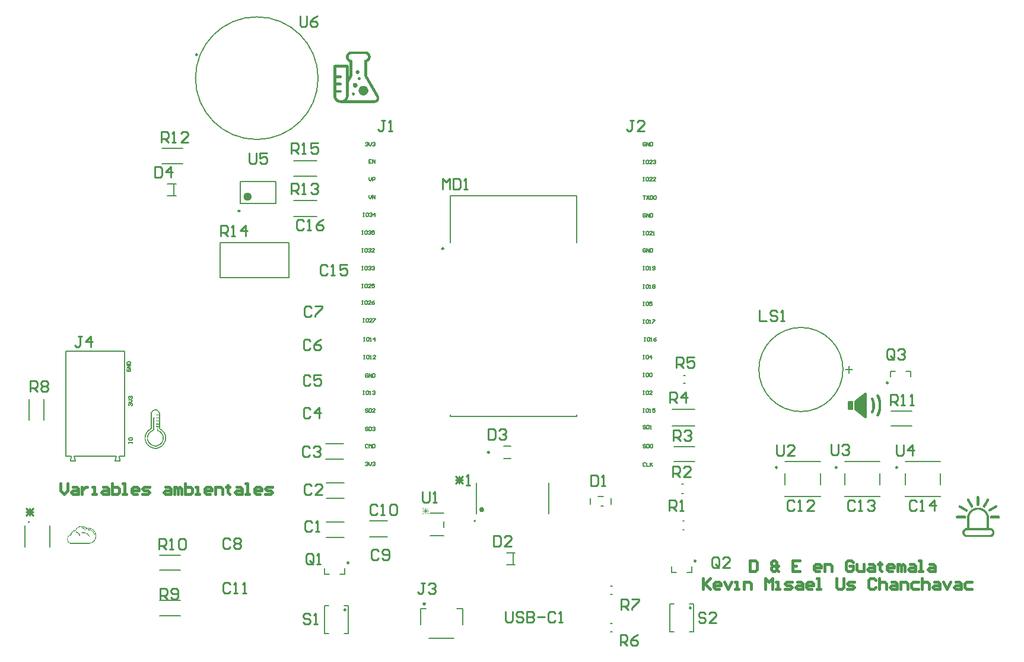
<source format=gto>
G04*
G04 #@! TF.GenerationSoftware,Altium Limited,Altium Designer,25.5.2 (35)*
G04*
G04 Layer_Color=65535*
%FSLAX44Y44*%
%MOMM*%
G71*
G04*
G04 #@! TF.SameCoordinates,227BAF76-4A0D-4DC8-B4C5-2559F8F0295E*
G04*
G04*
G04 #@! TF.FilePolarity,Positive*
G04*
G01*
G75*
%ADD10C,0.2500*%
%ADD11C,0.3000*%
%ADD12C,0.2000*%
%ADD13C,0.6000*%
%ADD14C,0.1500*%
%ADD15C,0.1000*%
%ADD16C,0.1524*%
%ADD17C,0.1270*%
%ADD18C,0.2540*%
%ADD19C,0.3810*%
%ADD20C,0.0762*%
G36*
X822789Y1153829D02*
X823363D01*
Y1153747D01*
X823691D01*
Y1153665D01*
X824019D01*
Y1153583D01*
X824347D01*
Y1153501D01*
X824593D01*
Y1153419D01*
X824839D01*
Y1153337D01*
X825003D01*
Y1153255D01*
X825248D01*
Y1153173D01*
X825413D01*
Y1153091D01*
X825576D01*
Y1153009D01*
X825741D01*
Y1152927D01*
X825904D01*
Y1152845D01*
X825986D01*
Y1152763D01*
X826151D01*
Y1152681D01*
X826233D01*
Y1152599D01*
X826396D01*
Y1152517D01*
X826479D01*
Y1152435D01*
X826642D01*
Y1152353D01*
X826724D01*
Y1152271D01*
X826888D01*
Y1152189D01*
X826970D01*
Y1152107D01*
X827052D01*
Y1152025D01*
X827134D01*
Y1151943D01*
X827216D01*
Y1151861D01*
X827298D01*
Y1151779D01*
X827380D01*
Y1151697D01*
X827544D01*
Y1151615D01*
X827626D01*
Y1151533D01*
X827708D01*
Y1151451D01*
X827790D01*
Y1151287D01*
X827872D01*
Y1151205D01*
X827954D01*
Y1151123D01*
X828036D01*
Y1151041D01*
X828118D01*
Y1150959D01*
X828200D01*
Y1150877D01*
X828282D01*
Y1150713D01*
X828364D01*
Y1150631D01*
X828446D01*
Y1150549D01*
X828528D01*
Y1150385D01*
X828610D01*
Y1150303D01*
X828692D01*
Y1150139D01*
X828774D01*
Y1149975D01*
X828856D01*
Y1149893D01*
X828938D01*
Y1149729D01*
X829020D01*
Y1149565D01*
X829102D01*
Y1149401D01*
X829184D01*
Y1149237D01*
X829266D01*
Y1149073D01*
X829348D01*
Y1148827D01*
X829430D01*
Y1148663D01*
X829512D01*
Y1148417D01*
X829594D01*
Y1148171D01*
X829676D01*
Y1147843D01*
X829758D01*
Y1147433D01*
X829840D01*
Y1146859D01*
X829922D01*
Y1144973D01*
X829840D01*
Y1144399D01*
X829758D01*
Y1143989D01*
X829676D01*
Y1143661D01*
X829594D01*
Y1143415D01*
X829512D01*
Y1143169D01*
X829430D01*
Y1143006D01*
X829348D01*
Y1142759D01*
X829266D01*
Y1142596D01*
X829184D01*
Y1142431D01*
X829102D01*
Y1142268D01*
X829020D01*
Y1142104D01*
X828938D01*
Y1141940D01*
X828856D01*
Y1141858D01*
X828774D01*
Y1141694D01*
X828692D01*
Y1141530D01*
X828610D01*
Y1141448D01*
X828528D01*
Y1141366D01*
X828446D01*
Y1141202D01*
X828364D01*
Y1141120D01*
X828282D01*
Y1141038D01*
X828200D01*
Y1140874D01*
X828118D01*
Y1140792D01*
X828036D01*
Y1140710D01*
X827954D01*
Y1140628D01*
X827872D01*
Y1140546D01*
X827790D01*
Y1140464D01*
X827708D01*
Y1140382D01*
X827626D01*
Y1140300D01*
X827544D01*
Y1140218D01*
X827462D01*
Y1140136D01*
X827380D01*
Y1140054D01*
X827298D01*
Y1139972D01*
X827216D01*
Y1139890D01*
X827134D01*
Y1139808D01*
X827052D01*
Y1139726D01*
X826970D01*
Y1139644D01*
X826806D01*
Y1139562D01*
X826724D01*
Y1139480D01*
X826642D01*
Y1139398D01*
X826479D01*
Y1139316D01*
X826396D01*
Y1139234D01*
X826233D01*
Y1139152D01*
X826151D01*
Y1139070D01*
X825986D01*
Y1138988D01*
X825823D01*
Y1138906D01*
X825658D01*
Y1138824D01*
X825495D01*
Y1138742D01*
X825331D01*
Y1138660D01*
X825166D01*
Y1138578D01*
X825003D01*
Y1138496D01*
X824757D01*
Y1138414D01*
X824675D01*
Y1119719D01*
X824757D01*
Y1119555D01*
X824839D01*
Y1119391D01*
X824921D01*
Y1119227D01*
X825003D01*
Y1119145D01*
X825085D01*
Y1118981D01*
X825166D01*
Y1118817D01*
X825248D01*
Y1118653D01*
X825331D01*
Y1118571D01*
X825413D01*
Y1118407D01*
X825495D01*
Y1118243D01*
X825576D01*
Y1118161D01*
X825658D01*
Y1117997D01*
X825741D01*
Y1117833D01*
X825823D01*
Y1117669D01*
X825904D01*
Y1117587D01*
X825986D01*
Y1117423D01*
X826068D01*
Y1117259D01*
X826151D01*
Y1117095D01*
X826233D01*
Y1117013D01*
X826314D01*
Y1116849D01*
X826396D01*
Y1116685D01*
X826479D01*
Y1116521D01*
X826560D01*
Y1116439D01*
X826642D01*
Y1116275D01*
X826724D01*
Y1116111D01*
X826806D01*
Y1116029D01*
X826888D01*
Y1115865D01*
X826970D01*
Y1115701D01*
X827052D01*
Y1115537D01*
X827134D01*
Y1115455D01*
X827216D01*
Y1115291D01*
X827298D01*
Y1115127D01*
X827380D01*
Y1114963D01*
X827462D01*
Y1114881D01*
X827544D01*
Y1114717D01*
X827626D01*
Y1114553D01*
X827708D01*
Y1114472D01*
X827790D01*
Y1114307D01*
X827872D01*
Y1114144D01*
X827954D01*
Y1113979D01*
X828036D01*
Y1113816D01*
X828118D01*
Y1113734D01*
X828200D01*
Y1113569D01*
X828282D01*
Y1113406D01*
X828364D01*
Y1113324D01*
X828446D01*
Y1113159D01*
X828528D01*
Y1112996D01*
X828610D01*
Y1112832D01*
X828692D01*
Y1112750D01*
X828774D01*
Y1112586D01*
X828856D01*
Y1112422D01*
X828938D01*
Y1112258D01*
X829020D01*
Y1112176D01*
X829102D01*
Y1112012D01*
X829184D01*
Y1111848D01*
X829266D01*
Y1111766D01*
X829348D01*
Y1111602D01*
X829430D01*
Y1111438D01*
X829512D01*
Y1111274D01*
X829594D01*
Y1111192D01*
X829676D01*
Y1111028D01*
X829758D01*
Y1110864D01*
X829840D01*
Y1110700D01*
X829922D01*
Y1110618D01*
X830004D01*
Y1110454D01*
X830086D01*
Y1110290D01*
X830168D01*
Y1110126D01*
X830250D01*
Y1110044D01*
X830332D01*
Y1109880D01*
X830414D01*
Y1109716D01*
X830496D01*
Y1109634D01*
X830578D01*
Y1109470D01*
X830660D01*
Y1109306D01*
X830742D01*
Y1109142D01*
X830824D01*
Y1108978D01*
X830906D01*
Y1108896D01*
X830988D01*
Y1108732D01*
X831070D01*
Y1108568D01*
X831152D01*
Y1108486D01*
X831234D01*
Y1108322D01*
X831316D01*
Y1108158D01*
X831398D01*
Y1108076D01*
X831480D01*
Y1107912D01*
X831562D01*
Y1107748D01*
X831644D01*
Y1107584D01*
X831726D01*
Y1107420D01*
X831808D01*
Y1107338D01*
X831890D01*
Y1107174D01*
X831972D01*
Y1107010D01*
X832054D01*
Y1106928D01*
X832136D01*
Y1106764D01*
X832218D01*
Y1106600D01*
X832300D01*
Y1106436D01*
X832382D01*
Y1106354D01*
X832464D01*
Y1106190D01*
X832546D01*
Y1106026D01*
X832628D01*
Y1105862D01*
X832710D01*
Y1105780D01*
X832792D01*
Y1105616D01*
X832874D01*
Y1105452D01*
X832956D01*
Y1105288D01*
X833038D01*
Y1105206D01*
X833120D01*
Y1105042D01*
X833202D01*
Y1104878D01*
X833284D01*
Y1104796D01*
X833366D01*
Y1104632D01*
X833448D01*
Y1104468D01*
X833530D01*
Y1104304D01*
X833612D01*
Y1104222D01*
X833694D01*
Y1104058D01*
X833776D01*
Y1103894D01*
X833858D01*
Y1103730D01*
X833940D01*
Y1103648D01*
X834022D01*
Y1103484D01*
X834104D01*
Y1103320D01*
X834186D01*
Y1103238D01*
X834268D01*
Y1103074D01*
X834350D01*
Y1102910D01*
X834432D01*
Y1102746D01*
X834514D01*
Y1102664D01*
X834596D01*
Y1102500D01*
X834678D01*
Y1102336D01*
X834760D01*
Y1102172D01*
X834842D01*
Y1102090D01*
X834924D01*
Y1101926D01*
X835006D01*
Y1101762D01*
X835088D01*
Y1101598D01*
X835170D01*
Y1101516D01*
X835252D01*
Y1101352D01*
X835334D01*
Y1101188D01*
X835416D01*
Y1101024D01*
X835498D01*
Y1100942D01*
X835580D01*
Y1100778D01*
X835662D01*
Y1100614D01*
X835744D01*
Y1100532D01*
X835826D01*
Y1100368D01*
X835908D01*
Y1100204D01*
X835990D01*
Y1100041D01*
X836072D01*
Y1099958D01*
X836154D01*
Y1099794D01*
X836236D01*
Y1099631D01*
X836318D01*
Y1099466D01*
X836400D01*
Y1099385D01*
X836482D01*
Y1099221D01*
X836564D01*
Y1099057D01*
X836646D01*
Y1098893D01*
X836728D01*
Y1098811D01*
X836810D01*
Y1098647D01*
X836892D01*
Y1098483D01*
X836974D01*
Y1098401D01*
X837056D01*
Y1098237D01*
X837138D01*
Y1098073D01*
X837220D01*
Y1097909D01*
X837302D01*
Y1097827D01*
X837384D01*
Y1097663D01*
X837466D01*
Y1097499D01*
X837548D01*
Y1097335D01*
X837630D01*
Y1097253D01*
X837712D01*
Y1097089D01*
X837794D01*
Y1096925D01*
X837876D01*
Y1096843D01*
X837958D01*
Y1096679D01*
X838040D01*
Y1096515D01*
X838122D01*
Y1096351D01*
X838204D01*
Y1096269D01*
X838286D01*
Y1096105D01*
X838368D01*
Y1095941D01*
X838450D01*
Y1095777D01*
X838532D01*
Y1095695D01*
X838614D01*
Y1095531D01*
X838696D01*
Y1095367D01*
X838778D01*
Y1095203D01*
X838860D01*
Y1095121D01*
X838942D01*
Y1094957D01*
X839024D01*
Y1094793D01*
X839106D01*
Y1094629D01*
X839188D01*
Y1094547D01*
X839270D01*
Y1094383D01*
X839352D01*
Y1094219D01*
X839434D01*
Y1094055D01*
X839516D01*
Y1093973D01*
X839598D01*
Y1093809D01*
X839679D01*
Y1093645D01*
X839762D01*
Y1093563D01*
X839844D01*
Y1093399D01*
X839926D01*
Y1093235D01*
X840007D01*
Y1093071D01*
X840089D01*
Y1092989D01*
X840172D01*
Y1092825D01*
X840254D01*
Y1092661D01*
X840335D01*
Y1092497D01*
X840417D01*
Y1092415D01*
X840499D01*
Y1092251D01*
X840582D01*
Y1092087D01*
X840664D01*
Y1092005D01*
X840745D01*
Y1091841D01*
X840827D01*
Y1091677D01*
X840909D01*
Y1091513D01*
X840992D01*
Y1091349D01*
X841074D01*
Y1091267D01*
X841155D01*
Y1091103D01*
X841237D01*
Y1090939D01*
X841319D01*
Y1090775D01*
X841401D01*
Y1090611D01*
X841483D01*
Y1090365D01*
X841565D01*
Y1090201D01*
X841647D01*
Y1090037D01*
X841729D01*
Y1089791D01*
X841811D01*
Y1089545D01*
X841893D01*
Y1089299D01*
X841975D01*
Y1089053D01*
X842057D01*
Y1088725D01*
X842139D01*
Y1088397D01*
X842221D01*
Y1087905D01*
X842303D01*
Y1087167D01*
X842385D01*
Y1086347D01*
X842303D01*
Y1085692D01*
X842221D01*
Y1085282D01*
X842139D01*
Y1084954D01*
X842057D01*
Y1084708D01*
X841975D01*
Y1084462D01*
X841893D01*
Y1084216D01*
X841811D01*
Y1084052D01*
X841729D01*
Y1083888D01*
X841647D01*
Y1083724D01*
X841565D01*
Y1083560D01*
X841483D01*
Y1083396D01*
X841401D01*
Y1083314D01*
X841319D01*
Y1083150D01*
X841237D01*
Y1083068D01*
X841155D01*
Y1082904D01*
X841074D01*
Y1082822D01*
X840992D01*
Y1082740D01*
X840909D01*
Y1082658D01*
X840827D01*
Y1082494D01*
X840745D01*
Y1082412D01*
X840664D01*
Y1082330D01*
X840582D01*
Y1082248D01*
X840499D01*
Y1082166D01*
X840417D01*
Y1082084D01*
X840335D01*
Y1082002D01*
X840254D01*
Y1081920D01*
X840089D01*
Y1081838D01*
X840007D01*
Y1081756D01*
X839926D01*
Y1081674D01*
X839844D01*
Y1081592D01*
X839679D01*
Y1081510D01*
X839598D01*
Y1081428D01*
X839434D01*
Y1081346D01*
X839352D01*
Y1081264D01*
X839188D01*
Y1081182D01*
X839024D01*
Y1081100D01*
X838860D01*
Y1081018D01*
X838778D01*
Y1080936D01*
X838614D01*
Y1080854D01*
X838368D01*
Y1080772D01*
X838204D01*
Y1080690D01*
X837958D01*
Y1080608D01*
X837794D01*
Y1080526D01*
X837466D01*
Y1080444D01*
X837220D01*
Y1080362D01*
X836892D01*
Y1080280D01*
X836482D01*
Y1080198D01*
X835990D01*
Y1080116D01*
X835252D01*
Y1080034D01*
X786465D01*
Y1080116D01*
X786219D01*
Y1080198D01*
X785809D01*
Y1080280D01*
X785399D01*
Y1080362D01*
X784989D01*
Y1080444D01*
X784661D01*
Y1080526D01*
X784333D01*
Y1080608D01*
X784087D01*
Y1080690D01*
X783841D01*
Y1080772D01*
X783678D01*
Y1080854D01*
X783431D01*
Y1080936D01*
X783268D01*
Y1081018D01*
X783103D01*
Y1081100D01*
X782940D01*
Y1081182D01*
X782775D01*
Y1081264D01*
X782611D01*
Y1081346D01*
X782448D01*
Y1081428D01*
X782284D01*
Y1081510D01*
X782120D01*
Y1081592D01*
X781956D01*
Y1081674D01*
X781874D01*
Y1081756D01*
X781710D01*
Y1081838D01*
X781546D01*
Y1081920D01*
X781464D01*
Y1082002D01*
X781300D01*
Y1082084D01*
X781218D01*
Y1082166D01*
X781136D01*
Y1082248D01*
X780972D01*
Y1082330D01*
X780890D01*
Y1082412D01*
X780808D01*
Y1082494D01*
X780644D01*
Y1082576D01*
X780562D01*
Y1082658D01*
X780480D01*
Y1082740D01*
X780398D01*
Y1082822D01*
X780316D01*
Y1082904D01*
X780234D01*
Y1082986D01*
X780152D01*
Y1083068D01*
X780070D01*
Y1083150D01*
X779906D01*
Y1083232D01*
X779824D01*
Y1083314D01*
X779742D01*
Y1083396D01*
X779660D01*
Y1083478D01*
X779578D01*
Y1083642D01*
X779496D01*
Y1083724D01*
X779414D01*
Y1083806D01*
X779332D01*
Y1083888D01*
X779250D01*
Y1083970D01*
X779168D01*
Y1084052D01*
X779086D01*
Y1084216D01*
X779004D01*
Y1084298D01*
X778922D01*
Y1084380D01*
X778840D01*
Y1084544D01*
X778758D01*
Y1084625D01*
X778676D01*
Y1084708D01*
X778594D01*
Y1084872D01*
X778512D01*
Y1084954D01*
X778430D01*
Y1085117D01*
X778348D01*
Y1085200D01*
X778266D01*
Y1085363D01*
X778184D01*
Y1085527D01*
X778102D01*
Y1085692D01*
X778020D01*
Y1085855D01*
X777938D01*
Y1086019D01*
X777856D01*
Y1086183D01*
X777774D01*
Y1086347D01*
X777692D01*
Y1086511D01*
X777610D01*
Y1086675D01*
X777528D01*
Y1086921D01*
X777446D01*
Y1087085D01*
X777364D01*
Y1087331D01*
X777282D01*
Y1087659D01*
X777200D01*
Y1087905D01*
X777118D01*
Y1088233D01*
X777036D01*
Y1088643D01*
X776954D01*
Y1089135D01*
X776872D01*
Y1090037D01*
X776790D01*
Y1132674D01*
X776872D01*
Y1133084D01*
X776954D01*
Y1133330D01*
X777036D01*
Y1133494D01*
X777118D01*
Y1133576D01*
X777200D01*
Y1133740D01*
X777282D01*
Y1133822D01*
X777364D01*
Y1133904D01*
X777446D01*
Y1133986D01*
X777528D01*
Y1134068D01*
X777610D01*
Y1134150D01*
X777774D01*
Y1134232D01*
X777938D01*
Y1134314D01*
X778102D01*
Y1134396D01*
X778348D01*
Y1134478D01*
X796879D01*
Y1134396D01*
X797206D01*
Y1134314D01*
X797371D01*
Y1134232D01*
X797534D01*
Y1134150D01*
X797617D01*
Y1134068D01*
X797781D01*
Y1133986D01*
X797862D01*
Y1133904D01*
X797944D01*
Y1133822D01*
X798026D01*
Y1133658D01*
X798109D01*
Y1133576D01*
X798191D01*
Y1133412D01*
X798272D01*
Y1133248D01*
X798354D01*
Y1133084D01*
X798436D01*
Y1132428D01*
X798518D01*
Y1117259D01*
X798600D01*
Y1117423D01*
X798682D01*
Y1117505D01*
X798764D01*
Y1117669D01*
X798846D01*
Y1117833D01*
X798928D01*
Y1117997D01*
X799010D01*
Y1118161D01*
X799092D01*
Y1118243D01*
X799174D01*
Y1118407D01*
X799256D01*
Y1118571D01*
X799338D01*
Y1118735D01*
X799420D01*
Y1118817D01*
X799502D01*
Y1118981D01*
X799584D01*
Y1119145D01*
X799666D01*
Y1119309D01*
X799748D01*
Y1119473D01*
X799830D01*
Y1119555D01*
X799912D01*
Y1138496D01*
X799666D01*
Y1138578D01*
X799420D01*
Y1138660D01*
X799256D01*
Y1138742D01*
X799092D01*
Y1138824D01*
X798928D01*
Y1138906D01*
X798846D01*
Y1138988D01*
X798682D01*
Y1139070D01*
X798518D01*
Y1139152D01*
X798436D01*
Y1139234D01*
X798272D01*
Y1139316D01*
X798191D01*
Y1139398D01*
X798026D01*
Y1139480D01*
X797944D01*
Y1139562D01*
X797781D01*
Y1139644D01*
X797699D01*
Y1139726D01*
X797617D01*
Y1139808D01*
X797534D01*
Y1139890D01*
X797452D01*
Y1139972D01*
X797289D01*
Y1140054D01*
X797206D01*
Y1140136D01*
X797124D01*
Y1140218D01*
X797042D01*
Y1140300D01*
X796961D01*
Y1140382D01*
X796879D01*
Y1140464D01*
X796797D01*
Y1140628D01*
X796714D01*
Y1140710D01*
X796633D01*
Y1140792D01*
X796551D01*
Y1140874D01*
X796469D01*
Y1140956D01*
X796387D01*
Y1141038D01*
X796305D01*
Y1141202D01*
X796223D01*
Y1141284D01*
X796141D01*
Y1141448D01*
X796059D01*
Y1141530D01*
X795977D01*
Y1141694D01*
X795895D01*
Y1141776D01*
X795813D01*
Y1141940D01*
X795731D01*
Y1142104D01*
X795649D01*
Y1142186D01*
X795567D01*
Y1142349D01*
X795485D01*
Y1142514D01*
X795403D01*
Y1142678D01*
X795321D01*
Y1142924D01*
X795239D01*
Y1143087D01*
X795157D01*
Y1143334D01*
X795075D01*
Y1143579D01*
X794993D01*
Y1143907D01*
X794911D01*
Y1144235D01*
X794829D01*
Y1144727D01*
X794747D01*
Y1145465D01*
X794665D01*
Y1146367D01*
X794747D01*
Y1147187D01*
X794829D01*
Y1147597D01*
X794911D01*
Y1147925D01*
X794993D01*
Y1148253D01*
X795075D01*
Y1148499D01*
X795157D01*
Y1148745D01*
X795239D01*
Y1148909D01*
X795321D01*
Y1149155D01*
X795403D01*
Y1149319D01*
X795485D01*
Y1149483D01*
X795567D01*
Y1149647D01*
X795649D01*
Y1149811D01*
X795731D01*
Y1149893D01*
X795813D01*
Y1150057D01*
X795895D01*
Y1150221D01*
X795977D01*
Y1150303D01*
X796059D01*
Y1150467D01*
X796141D01*
Y1150549D01*
X796223D01*
Y1150713D01*
X796305D01*
Y1150795D01*
X796387D01*
Y1150877D01*
X796469D01*
Y1150959D01*
X796551D01*
Y1151123D01*
X796633D01*
Y1151205D01*
X796714D01*
Y1151287D01*
X796797D01*
Y1151369D01*
X796879D01*
Y1151451D01*
X796961D01*
Y1151533D01*
X797042D01*
Y1151615D01*
X797124D01*
Y1151697D01*
X797206D01*
Y1151779D01*
X797289D01*
Y1151861D01*
X797371D01*
Y1151943D01*
X797452D01*
Y1152025D01*
X797617D01*
Y1152107D01*
X797699D01*
Y1152189D01*
X797781D01*
Y1152271D01*
X797862D01*
Y1152353D01*
X798026D01*
Y1152435D01*
X798109D01*
Y1152517D01*
X798272D01*
Y1152599D01*
X798354D01*
Y1152681D01*
X798518D01*
Y1152763D01*
X798600D01*
Y1152845D01*
X798764D01*
Y1152927D01*
X798928D01*
Y1153009D01*
X799092D01*
Y1153091D01*
X799256D01*
Y1153173D01*
X799420D01*
Y1153255D01*
X799584D01*
Y1153337D01*
X799830D01*
Y1153419D01*
X800076D01*
Y1153501D01*
X800322D01*
Y1153583D01*
X800568D01*
Y1153665D01*
X800896D01*
Y1153747D01*
X801306D01*
Y1153829D01*
X801880D01*
Y1153911D01*
X822789D01*
Y1153829D01*
D02*
G37*
G36*
X1518565Y641833D02*
X1511990D01*
Y642162D01*
X1511661D01*
Y642491D01*
X1511332D01*
Y642820D01*
X1511004D01*
Y643477D01*
X1510675D01*
Y653670D01*
X1511004D01*
Y654327D01*
X1511332D01*
Y654656D01*
X1511661D01*
Y654985D01*
X1518565D01*
Y641833D01*
D02*
G37*
G36*
X1546183Y659588D02*
X1546841D01*
Y659259D01*
X1547169D01*
Y658930D01*
X1547498D01*
Y658273D01*
X1547827D01*
Y657615D01*
X1548156D01*
Y656629D01*
X1548485D01*
Y655642D01*
X1548813D01*
Y654327D01*
X1549142D01*
Y652683D01*
X1549471D01*
Y650053D01*
X1549800D01*
Y646765D01*
X1549471D01*
Y644135D01*
X1549142D01*
Y642491D01*
X1548813D01*
Y641505D01*
X1548485D01*
Y640518D01*
X1548156D01*
Y639532D01*
X1547827D01*
Y638875D01*
X1547498D01*
Y637888D01*
X1547169D01*
Y637559D01*
X1546841D01*
Y637231D01*
X1544868D01*
Y637559D01*
X1544210D01*
Y638217D01*
X1543882D01*
Y639861D01*
X1544210D01*
Y640847D01*
X1544539D01*
Y641176D01*
Y641505D01*
X1544868D01*
Y642491D01*
X1545197D01*
Y643806D01*
X1545526D01*
Y645450D01*
X1545854D01*
Y651368D01*
X1545526D01*
Y653341D01*
X1545197D01*
Y654327D01*
X1544868D01*
Y655313D01*
X1544539D01*
Y656300D01*
X1544210D01*
Y656957D01*
X1543882D01*
Y658930D01*
X1544210D01*
Y659259D01*
X1544539D01*
Y659588D01*
X1545197D01*
Y659917D01*
X1546183D01*
Y659588D01*
D02*
G37*
G36*
X1554074Y664191D02*
X1554731D01*
Y663862D01*
X1555060D01*
Y663533D01*
X1555389D01*
Y662876D01*
X1555718D01*
Y662218D01*
X1556046D01*
Y661560D01*
X1556375D01*
Y660574D01*
X1556704D01*
Y659588D01*
X1557033D01*
Y658930D01*
X1557362D01*
Y657615D01*
X1557690D01*
Y656629D01*
X1558019D01*
Y654985D01*
X1558348D01*
Y653012D01*
X1558677D01*
Y644135D01*
X1558348D01*
Y641833D01*
X1558019D01*
Y640518D01*
X1557690D01*
Y639203D01*
X1557362D01*
Y638217D01*
X1557033D01*
Y637231D01*
X1556704D01*
Y636244D01*
X1556375D01*
Y635587D01*
X1556046D01*
Y634929D01*
X1555718D01*
Y633943D01*
X1555389D01*
Y633285D01*
X1555060D01*
Y632956D01*
X1554403D01*
Y632628D01*
X1552759D01*
Y632956D01*
X1552430D01*
Y633285D01*
X1552101D01*
Y633614D01*
X1551772D01*
Y635258D01*
X1552101D01*
Y635915D01*
X1552430D01*
Y636902D01*
X1552759D01*
Y637559D01*
X1553087D01*
Y638217D01*
X1553416D01*
Y639532D01*
X1553745D01*
Y640518D01*
X1554074D01*
Y641833D01*
X1554403D01*
Y643149D01*
X1554731D01*
Y645779D01*
X1555060D01*
Y651368D01*
X1554731D01*
Y653670D01*
X1554403D01*
Y655313D01*
X1554074D01*
Y656629D01*
X1553745D01*
Y657615D01*
X1553416D01*
Y658601D01*
X1553087D01*
Y659259D01*
X1552759D01*
Y660245D01*
X1552430D01*
Y660903D01*
X1552101D01*
Y661560D01*
X1551772D01*
Y663533D01*
X1552101D01*
Y663862D01*
X1552430D01*
Y664191D01*
X1553087D01*
Y664519D01*
X1554074D01*
Y664191D01*
D02*
G37*
G36*
X1535991Y666492D02*
X1536977D01*
Y666163D01*
X1537306D01*
Y665506D01*
X1537635D01*
Y634272D01*
Y633943D01*
Y631312D01*
X1537306D01*
Y630984D01*
X1536977D01*
Y630655D01*
X1536648D01*
Y630326D01*
X1535004D01*
Y630655D01*
X1534347D01*
Y630984D01*
X1534018D01*
Y631312D01*
X1533689D01*
Y631641D01*
X1533361D01*
Y631970D01*
X1532703D01*
Y632299D01*
X1532374D01*
Y632628D01*
X1532045D01*
Y632956D01*
X1531717D01*
Y633285D01*
X1531059D01*
Y633614D01*
X1530730D01*
Y633943D01*
X1530402D01*
Y634272D01*
X1530073D01*
Y634600D01*
X1529415D01*
Y634929D01*
X1529086D01*
Y635258D01*
X1528758D01*
Y635587D01*
X1528429D01*
Y635915D01*
X1527771D01*
Y636244D01*
X1527442D01*
Y636573D01*
X1527114D01*
Y636902D01*
X1526785D01*
Y637231D01*
X1526127D01*
Y637559D01*
X1525799D01*
Y637888D01*
X1525470D01*
Y638217D01*
X1525141D01*
Y638546D01*
X1524483D01*
Y638875D01*
X1524155D01*
Y639203D01*
X1523826D01*
Y639532D01*
X1523497D01*
Y639861D01*
X1522840D01*
Y640190D01*
X1522511D01*
Y640518D01*
X1522182D01*
Y640847D01*
X1521853D01*
Y641176D01*
X1521196D01*
Y641505D01*
X1520867D01*
Y641833D01*
X1520538D01*
Y654985D01*
X1520867D01*
Y655313D01*
X1521196D01*
Y655642D01*
X1521525D01*
Y655971D01*
X1521853D01*
Y656300D01*
X1522182D01*
Y656629D01*
X1522840D01*
Y656957D01*
X1523168D01*
Y657286D01*
X1523497D01*
Y657615D01*
X1523826D01*
Y657944D01*
X1524483D01*
Y658273D01*
X1524812D01*
Y658601D01*
X1525141D01*
Y658930D01*
X1525470D01*
Y659259D01*
X1526127D01*
Y659588D01*
X1526456D01*
Y659917D01*
X1526785D01*
Y660245D01*
X1527114D01*
Y660574D01*
X1527771D01*
Y660903D01*
X1528100D01*
Y661232D01*
X1528429D01*
Y661560D01*
X1528758D01*
Y661889D01*
X1529415D01*
Y662218D01*
X1529744D01*
Y662547D01*
X1530073D01*
Y662876D01*
X1530402D01*
Y663204D01*
X1531059D01*
Y663533D01*
X1531388D01*
Y663862D01*
X1531717D01*
Y664191D01*
X1532045D01*
Y664519D01*
X1532703D01*
Y664848D01*
X1533032D01*
Y665177D01*
X1533361D01*
Y665506D01*
X1533689D01*
Y665835D01*
X1534347D01*
Y666163D01*
X1534676D01*
Y666492D01*
X1535662D01*
Y666821D01*
X1535991D01*
Y666492D01*
D02*
G37*
G36*
X524969Y642350D02*
X526591D01*
Y641539D01*
X527401D01*
Y640729D01*
X528212D01*
Y639918D01*
X529022D01*
Y638297D01*
X529833D01*
Y614788D01*
X531455D01*
Y613978D01*
X532265D01*
Y613167D01*
X533076D01*
Y612356D01*
X533886D01*
Y611545D01*
X534697D01*
Y610735D01*
X535508D01*
Y609924D01*
X536318D01*
Y608303D01*
X537129D01*
Y605871D01*
X537940D01*
Y597765D01*
X537129D01*
Y596143D01*
X536318D01*
Y594522D01*
X535508D01*
Y592901D01*
X534697D01*
Y592090D01*
X533886D01*
Y591280D01*
X533076D01*
Y590469D01*
X532265D01*
Y589658D01*
X531455D01*
Y588848D01*
X529833D01*
Y588037D01*
X528212D01*
Y587226D01*
X524969D01*
Y586416D01*
X520916D01*
Y587226D01*
X517674D01*
Y588037D01*
X516052D01*
Y588848D01*
X514431D01*
Y589658D01*
X513620D01*
Y590469D01*
X511999D01*
Y592090D01*
X511189D01*
Y592901D01*
X510378D01*
Y593712D01*
X509567D01*
Y595333D01*
X508757D01*
Y597765D01*
X507946D01*
Y606682D01*
X508757D01*
Y608303D01*
X509567D01*
Y609924D01*
X510378D01*
Y610735D01*
X511189D01*
Y612356D01*
X511999D01*
Y613167D01*
X512810D01*
Y613978D01*
X514431D01*
Y614788D01*
X515242D01*
Y615599D01*
X516052D01*
Y639107D01*
X516863D01*
Y639918D01*
X517674D01*
Y641539D01*
X519295D01*
Y642350D01*
X520916D01*
Y643160D01*
X524969D01*
Y642350D01*
D02*
G37*
G36*
X1697664Y519147D02*
X1697906D01*
Y518904D01*
X1698149D01*
Y518662D01*
X1698392D01*
Y517933D01*
X1698635D01*
Y506519D01*
X1698392D01*
Y505790D01*
X1698149D01*
Y505305D01*
X1697906D01*
Y505062D01*
X1697421D01*
Y504819D01*
X1695964D01*
Y505062D01*
X1695478D01*
Y505305D01*
X1695235D01*
Y505790D01*
X1694992D01*
Y506519D01*
X1694749D01*
Y517933D01*
X1694992D01*
Y518662D01*
X1695235D01*
Y518904D01*
X1695478D01*
Y519147D01*
X1695721D01*
Y519390D01*
X1697664D01*
Y519147D01*
D02*
G37*
G36*
X1711506Y515505D02*
X1711992D01*
Y515262D01*
X1712235D01*
Y515019D01*
X1712478D01*
Y514533D01*
X1712720D01*
Y513319D01*
X1712478D01*
Y512833D01*
X1712235D01*
Y512347D01*
X1711992D01*
Y511862D01*
X1711749D01*
Y511376D01*
X1711506D01*
Y511133D01*
X1711263D01*
Y510648D01*
X1711020D01*
Y510162D01*
X1710778D01*
Y509919D01*
X1710535D01*
Y509433D01*
X1710292D01*
Y508947D01*
X1710049D01*
Y508462D01*
X1709806D01*
Y508219D01*
X1709563D01*
Y507733D01*
X1709321D01*
Y507248D01*
X1709078D01*
Y506762D01*
X1708835D01*
Y506519D01*
X1708592D01*
Y506033D01*
X1708349D01*
Y505548D01*
X1708106D01*
Y505062D01*
X1707863D01*
Y504819D01*
X1707621D01*
Y504333D01*
X1707378D01*
Y503848D01*
X1707135D01*
Y503605D01*
X1706892D01*
Y503119D01*
X1706649D01*
Y502876D01*
X1706406D01*
Y502633D01*
X1705678D01*
Y502391D01*
X1705192D01*
Y502633D01*
X1704463D01*
Y502876D01*
X1703978D01*
Y503362D01*
X1703735D01*
Y503848D01*
X1703492D01*
Y504819D01*
X1703735D01*
Y505305D01*
X1703978D01*
Y505790D01*
X1704221D01*
Y506276D01*
X1704463D01*
Y506519D01*
X1704706D01*
Y507005D01*
X1704949D01*
Y507490D01*
X1705192D01*
Y507976D01*
X1705435D01*
Y508219D01*
X1705678D01*
Y508705D01*
X1705921D01*
Y509190D01*
X1706163D01*
Y509676D01*
X1706406D01*
Y509919D01*
X1706649D01*
Y510405D01*
X1706892D01*
Y510890D01*
X1707135D01*
Y511376D01*
X1707378D01*
Y511619D01*
X1707621D01*
Y512105D01*
X1707863D01*
Y512590D01*
X1708106D01*
Y513076D01*
X1708349D01*
Y513319D01*
X1708592D01*
Y513805D01*
X1708835D01*
Y514290D01*
X1709078D01*
Y514533D01*
X1709321D01*
Y515019D01*
X1709563D01*
Y515262D01*
X1709806D01*
Y515505D01*
X1710292D01*
Y515747D01*
X1711506D01*
Y515505D01*
D02*
G37*
G36*
X1683092D02*
X1683578D01*
Y515262D01*
X1683821D01*
Y515019D01*
X1684064D01*
Y514533D01*
X1684307D01*
Y514290D01*
X1684550D01*
Y513805D01*
X1684792D01*
Y513319D01*
X1685035D01*
Y512833D01*
X1685278D01*
Y512590D01*
X1685521D01*
Y512105D01*
X1685764D01*
Y511619D01*
X1686007D01*
Y511133D01*
X1686250D01*
Y510890D01*
X1686492D01*
Y510405D01*
X1686735D01*
Y509919D01*
X1686978D01*
Y509676D01*
X1687221D01*
Y509190D01*
X1687464D01*
Y508705D01*
X1687707D01*
Y508219D01*
X1687949D01*
Y507976D01*
X1688192D01*
Y507490D01*
X1688435D01*
Y507005D01*
X1688678D01*
Y506762D01*
X1688921D01*
Y506276D01*
X1689164D01*
Y505790D01*
X1689407D01*
Y505305D01*
X1689649D01*
Y504819D01*
X1689892D01*
Y503848D01*
X1689649D01*
Y503362D01*
X1689407D01*
Y502876D01*
X1688921D01*
Y502633D01*
X1688435D01*
Y502391D01*
X1687707D01*
Y502633D01*
X1686978D01*
Y502876D01*
X1686735D01*
Y503119D01*
X1686492D01*
Y503362D01*
X1686250D01*
Y503848D01*
X1686007D01*
Y504333D01*
X1685764D01*
Y504819D01*
X1685521D01*
Y505062D01*
X1685278D01*
Y505548D01*
X1685035D01*
Y506033D01*
X1684792D01*
Y506519D01*
X1684550D01*
Y506762D01*
X1684307D01*
Y507248D01*
X1684064D01*
Y507733D01*
X1683821D01*
Y508219D01*
X1683578D01*
Y508462D01*
X1683335D01*
Y508947D01*
X1683092D01*
Y509433D01*
X1682849D01*
Y509919D01*
X1682607D01*
Y510162D01*
X1682364D01*
Y510648D01*
X1682121D01*
Y511133D01*
X1681878D01*
Y511619D01*
X1681635D01*
Y511862D01*
X1681392D01*
Y512347D01*
X1681150D01*
Y512833D01*
X1680907D01*
Y513319D01*
X1680664D01*
Y514533D01*
X1680907D01*
Y515019D01*
X1681150D01*
Y515262D01*
X1681392D01*
Y515505D01*
X1681878D01*
Y515747D01*
X1683092D01*
Y515505D01*
D02*
G37*
G36*
X1722920Y506033D02*
X1723649D01*
Y505790D01*
X1724135D01*
Y505305D01*
X1724377D01*
Y504819D01*
X1724620D01*
Y503848D01*
X1724377D01*
Y503362D01*
X1724135D01*
Y502876D01*
X1723649D01*
Y502633D01*
X1723163D01*
Y502391D01*
X1722920D01*
Y502148D01*
X1722435D01*
Y501905D01*
X1721949D01*
Y501662D01*
X1721463D01*
Y501419D01*
X1721220D01*
Y501176D01*
X1720735D01*
Y500933D01*
X1720249D01*
Y500690D01*
X1719763D01*
Y500448D01*
X1719520D01*
Y500205D01*
X1719035D01*
Y499962D01*
X1718549D01*
Y499719D01*
X1718306D01*
Y499476D01*
X1717820D01*
Y499233D01*
X1717335D01*
Y498991D01*
X1716849D01*
Y498748D01*
X1716606D01*
Y498505D01*
X1716120D01*
Y498262D01*
X1715635D01*
Y498019D01*
X1715149D01*
Y497776D01*
X1714906D01*
Y497533D01*
X1714420D01*
Y497291D01*
X1713935D01*
Y497048D01*
X1712478D01*
Y497291D01*
X1711992D01*
Y497533D01*
X1711749D01*
Y498019D01*
X1711506D01*
Y498748D01*
X1711263D01*
Y498991D01*
X1711506D01*
Y499719D01*
X1711749D01*
Y500205D01*
X1712235D01*
Y500448D01*
X1712478D01*
Y500690D01*
X1712963D01*
Y500933D01*
X1713449D01*
Y501176D01*
X1713692D01*
Y501419D01*
X1714178D01*
Y501662D01*
X1714663D01*
Y501905D01*
X1715149D01*
Y502148D01*
X1715635D01*
Y502391D01*
X1715878D01*
Y502633D01*
X1716363D01*
Y502876D01*
X1716849D01*
Y503119D01*
X1717092D01*
Y503362D01*
X1717578D01*
Y503605D01*
X1718063D01*
Y503848D01*
X1718549D01*
Y504090D01*
X1718792D01*
Y504333D01*
X1719277D01*
Y504576D01*
X1719763D01*
Y504819D01*
X1720006D01*
Y505062D01*
X1720492D01*
Y505305D01*
X1720977D01*
Y505548D01*
X1721463D01*
Y505790D01*
X1721706D01*
Y506033D01*
X1722435D01*
Y506276D01*
X1722920D01*
Y506033D01*
D02*
G37*
G36*
X1671678Y505548D02*
X1672164D01*
Y505305D01*
X1672407D01*
Y505062D01*
X1672893D01*
Y504819D01*
X1673378D01*
Y504576D01*
X1673864D01*
Y504333D01*
X1674107D01*
Y504090D01*
X1674592D01*
Y503848D01*
X1675078D01*
Y503605D01*
X1675321D01*
Y503362D01*
X1675807D01*
Y503119D01*
X1676293D01*
Y502876D01*
X1676778D01*
Y502633D01*
X1677021D01*
Y502391D01*
X1677507D01*
Y502148D01*
X1677993D01*
Y501905D01*
X1678478D01*
Y501662D01*
X1678721D01*
Y501419D01*
X1679207D01*
Y501176D01*
X1679692D01*
Y500933D01*
X1680178D01*
Y500690D01*
X1680421D01*
Y500448D01*
X1680907D01*
Y500205D01*
X1681392D01*
Y499962D01*
X1681635D01*
Y499719D01*
X1681878D01*
Y499233D01*
X1682121D01*
Y497776D01*
X1681878D01*
Y497291D01*
X1681635D01*
Y497048D01*
X1681150D01*
Y496805D01*
X1679450D01*
Y497048D01*
X1678964D01*
Y497291D01*
X1678721D01*
Y497533D01*
X1678235D01*
Y497776D01*
X1677750D01*
Y498019D01*
X1677264D01*
Y498262D01*
X1676778D01*
Y498505D01*
X1676535D01*
Y498748D01*
X1676050D01*
Y498991D01*
X1675564D01*
Y499233D01*
X1675321D01*
Y499476D01*
X1674835D01*
Y499719D01*
X1674350D01*
Y499962D01*
X1674107D01*
Y500205D01*
X1673621D01*
Y500448D01*
X1673135D01*
Y500690D01*
X1672650D01*
Y500933D01*
X1672407D01*
Y501176D01*
X1671921D01*
Y501419D01*
X1671435D01*
Y501662D01*
X1670950D01*
Y501905D01*
X1670707D01*
Y502148D01*
X1670221D01*
Y502391D01*
X1669736D01*
Y502633D01*
X1669493D01*
Y502876D01*
X1669250D01*
Y503362D01*
X1669007D01*
Y504819D01*
X1669250D01*
Y505305D01*
X1669493D01*
Y505548D01*
X1669978D01*
Y505790D01*
X1671678D01*
Y505548D01*
D02*
G37*
G36*
X1726563Y490976D02*
X1727292D01*
Y490734D01*
X1727534D01*
Y490491D01*
X1727777D01*
Y490248D01*
X1728020D01*
Y488305D01*
X1727777D01*
Y488062D01*
X1727534D01*
Y487819D01*
X1727292D01*
Y487576D01*
X1714420D01*
Y487819D01*
X1713935D01*
Y488062D01*
X1713692D01*
Y488548D01*
X1713449D01*
Y490005D01*
X1713692D01*
Y490491D01*
X1713935D01*
Y490734D01*
X1714178D01*
Y490976D01*
X1715149D01*
Y491219D01*
X1726563D01*
Y490976D01*
D02*
G37*
G36*
X1678478D02*
X1678964D01*
Y490734D01*
X1679450D01*
Y490491D01*
X1679692D01*
Y490005D01*
X1679935D01*
Y488548D01*
X1679692D01*
Y488062D01*
X1679450D01*
Y487819D01*
X1678964D01*
Y487576D01*
X1666093D01*
Y487819D01*
X1665850D01*
Y488062D01*
X1665607D01*
Y488305D01*
X1665364D01*
Y490248D01*
X1665607D01*
Y490491D01*
X1665850D01*
Y490734D01*
X1666093D01*
Y490976D01*
X1666821D01*
Y491219D01*
X1678478D01*
Y490976D01*
D02*
G37*
G36*
X1699364Y502391D02*
X1700578D01*
Y502148D01*
X1701306D01*
Y501905D01*
X1702035D01*
Y501662D01*
X1702763D01*
Y501419D01*
X1703249D01*
Y501176D01*
X1703735D01*
Y500933D01*
X1704221D01*
Y500690D01*
X1704706D01*
Y500448D01*
X1704949D01*
Y500205D01*
X1705435D01*
Y499962D01*
X1705921D01*
Y499719D01*
X1706163D01*
Y499476D01*
X1706406D01*
Y499233D01*
X1706649D01*
Y498991D01*
X1706892D01*
Y498748D01*
X1707378D01*
Y498505D01*
X1707621D01*
Y498262D01*
X1707863D01*
Y498019D01*
X1708106D01*
Y497776D01*
X1708349D01*
Y497533D01*
X1708592D01*
Y497048D01*
X1708835D01*
Y496805D01*
X1709078D01*
Y496562D01*
X1709321D01*
Y496319D01*
X1709563D01*
Y495834D01*
X1709806D01*
Y495591D01*
X1710049D01*
Y495105D01*
X1710292D01*
Y494862D01*
X1710535D01*
Y494376D01*
X1710778D01*
Y493891D01*
X1711020D01*
Y493405D01*
X1711263D01*
Y492676D01*
X1711506D01*
Y492191D01*
X1711749D01*
Y491462D01*
X1711992D01*
Y490491D01*
X1712235D01*
Y489034D01*
X1712478D01*
Y473491D01*
X1714663D01*
Y473248D01*
X1715635D01*
Y473005D01*
X1716363D01*
Y472762D01*
X1716849D01*
Y472520D01*
X1717335D01*
Y472277D01*
X1717578D01*
Y472034D01*
X1717820D01*
Y471791D01*
X1718306D01*
Y471548D01*
X1718549D01*
Y471305D01*
X1718792D01*
Y470820D01*
X1719035D01*
Y470577D01*
X1719277D01*
Y470091D01*
X1719520D01*
Y469605D01*
X1719763D01*
Y469120D01*
X1720006D01*
Y468148D01*
X1720249D01*
Y465720D01*
X1720006D01*
Y464748D01*
X1719763D01*
Y464263D01*
X1719520D01*
Y463777D01*
X1719277D01*
Y463291D01*
X1719035D01*
Y463048D01*
X1718792D01*
Y462805D01*
X1718549D01*
Y462563D01*
X1718306D01*
Y462320D01*
X1718063D01*
Y462077D01*
X1717820D01*
Y461834D01*
X1717578D01*
Y461591D01*
X1717092D01*
Y461348D01*
X1716849D01*
Y461106D01*
X1716120D01*
Y460863D01*
X1715392D01*
Y460620D01*
X1713935D01*
Y460377D01*
X1713692D01*
Y460620D01*
X1679207D01*
Y460863D01*
X1678478D01*
Y461106D01*
X1677750D01*
Y461348D01*
X1677507D01*
Y461591D01*
X1677021D01*
Y461834D01*
X1676778D01*
Y462077D01*
X1676535D01*
Y462320D01*
X1676293D01*
Y462563D01*
X1676050D01*
Y462805D01*
X1675807D01*
Y463048D01*
X1675564D01*
Y463291D01*
X1675321D01*
Y463777D01*
X1675078D01*
Y464263D01*
X1674835D01*
Y464748D01*
X1674592D01*
Y465720D01*
X1674350D01*
Y468148D01*
X1674592D01*
Y469120D01*
X1674835D01*
Y469605D01*
X1675078D01*
Y470091D01*
X1675321D01*
Y470577D01*
X1675564D01*
Y470820D01*
X1675807D01*
Y471305D01*
X1676050D01*
Y471548D01*
X1676293D01*
Y471791D01*
X1676778D01*
Y472034D01*
X1677021D01*
Y472277D01*
X1677264D01*
Y472520D01*
X1677750D01*
Y472762D01*
X1678235D01*
Y473005D01*
X1678721D01*
Y473248D01*
X1679935D01*
Y473491D01*
X1680907D01*
Y482962D01*
Y483205D01*
Y489034D01*
X1681150D01*
Y490491D01*
X1681392D01*
Y491462D01*
X1681635D01*
Y492191D01*
X1681878D01*
Y492676D01*
X1682121D01*
Y493405D01*
X1682364D01*
Y493891D01*
X1682607D01*
Y494376D01*
X1682849D01*
Y494619D01*
X1683092D01*
Y495105D01*
X1683335D01*
Y495591D01*
X1683578D01*
Y495834D01*
X1683821D01*
Y496319D01*
X1684064D01*
Y496562D01*
X1684307D01*
Y496805D01*
X1684550D01*
Y497291D01*
X1684792D01*
Y497533D01*
X1685035D01*
Y497776D01*
X1685278D01*
Y498019D01*
X1685521D01*
Y498262D01*
X1685764D01*
Y498505D01*
X1686007D01*
Y498748D01*
X1686250D01*
Y498991D01*
X1686735D01*
Y499233D01*
X1686978D01*
Y499476D01*
X1687221D01*
Y499719D01*
X1687707D01*
Y499962D01*
X1687949D01*
Y500205D01*
X1688435D01*
Y500448D01*
X1688678D01*
Y500690D01*
X1689164D01*
Y500933D01*
X1689649D01*
Y501176D01*
X1690135D01*
Y501419D01*
X1690621D01*
Y501662D01*
X1691349D01*
Y501905D01*
X1692078D01*
Y502148D01*
X1692807D01*
Y502391D01*
X1694264D01*
Y502633D01*
X1699364D01*
Y502391D01*
D02*
G37*
G36*
X419605Y475855D02*
X421381D01*
Y475264D01*
X422565D01*
Y474672D01*
X423157D01*
Y474080D01*
X424340D01*
Y473488D01*
X430259D01*
Y472896D01*
X432034D01*
Y472304D01*
X433218D01*
Y471712D01*
X433810D01*
Y471121D01*
X434402D01*
Y470529D01*
X434994D01*
Y469937D01*
X435585D01*
Y469345D01*
X436177D01*
Y468753D01*
X436769D01*
Y467570D01*
X437361D01*
Y466386D01*
X437953D01*
Y464019D01*
X438545D01*
Y461059D01*
X437953D01*
Y458692D01*
X437361D01*
Y456916D01*
X436769D01*
Y456325D01*
X436177D01*
Y455141D01*
X435585D01*
Y454549D01*
X434994D01*
Y453957D01*
X434402D01*
Y453365D01*
X433218D01*
Y452774D01*
X432626D01*
Y452182D01*
X431442D01*
Y451590D01*
X429075D01*
Y450998D01*
X401258D01*
Y451590D01*
X400075D01*
Y452182D01*
X398891D01*
Y452774D01*
X398299D01*
Y453365D01*
X397707D01*
Y454549D01*
X397115D01*
Y455733D01*
X396524D01*
Y459284D01*
X397115D01*
Y461059D01*
X397707D01*
Y461651D01*
X398299D01*
Y462243D01*
X398891D01*
Y462835D01*
X399483D01*
Y463427D01*
X400667D01*
Y464019D01*
X401850D01*
Y465794D01*
X402442D01*
Y466978D01*
X403034D01*
Y467570D01*
X403626D01*
Y468162D01*
X404218D01*
Y468753D01*
X404809D01*
Y469345D01*
X405993D01*
Y469937D01*
X408360D01*
Y471121D01*
X408952D01*
Y472304D01*
X409544D01*
Y472896D01*
X410136D01*
Y473488D01*
X410728D01*
Y474080D01*
X411320D01*
Y474672D01*
X412503D01*
Y475264D01*
X413687D01*
Y475855D01*
X414871D01*
Y476447D01*
X419605D01*
Y475855D01*
D02*
G37*
%LPC*%
G36*
X822379Y1149975D02*
X802290D01*
Y1149893D01*
X801798D01*
Y1149811D01*
X801470D01*
Y1149729D01*
X801224D01*
Y1149647D01*
X801060D01*
Y1149565D01*
X800814D01*
Y1149483D01*
X800732D01*
Y1149401D01*
X800568D01*
Y1149319D01*
X800404D01*
Y1149237D01*
X800322D01*
Y1149155D01*
X800240D01*
Y1149073D01*
X800076D01*
Y1148991D01*
X799994D01*
Y1148909D01*
X799912D01*
Y1148827D01*
X799830D01*
Y1148745D01*
X799748D01*
Y1148663D01*
X799666D01*
Y1148581D01*
X799584D01*
Y1148499D01*
X799502D01*
Y1148335D01*
X799420D01*
Y1148253D01*
X799338D01*
Y1148171D01*
X799256D01*
Y1148007D01*
X799174D01*
Y1147843D01*
X799092D01*
Y1147679D01*
X799010D01*
Y1147515D01*
X798928D01*
Y1147351D01*
X798846D01*
Y1147105D01*
X798764D01*
Y1146777D01*
X798682D01*
Y1145957D01*
X798600D01*
Y1145875D01*
X798682D01*
Y1145137D01*
X798764D01*
Y1144727D01*
X798846D01*
Y1144481D01*
X798928D01*
Y1144317D01*
X799010D01*
Y1144153D01*
X799092D01*
Y1143989D01*
X799174D01*
Y1143825D01*
X799256D01*
Y1143743D01*
X799338D01*
Y1143579D01*
X799420D01*
Y1143497D01*
X799502D01*
Y1143415D01*
X799584D01*
Y1143251D01*
X799666D01*
Y1143169D01*
X799748D01*
Y1143087D01*
X799830D01*
Y1143006D01*
X799912D01*
Y1142924D01*
X799994D01*
Y1142841D01*
X800158D01*
Y1142759D01*
X800240D01*
Y1142678D01*
X800322D01*
Y1142596D01*
X800486D01*
Y1142514D01*
X800568D01*
Y1142431D01*
X800732D01*
Y1142349D01*
X800896D01*
Y1142268D01*
X801060D01*
Y1142186D01*
X801306D01*
Y1142104D01*
X801552D01*
Y1142021D01*
X801880D01*
Y1141940D01*
X802290D01*
Y1141858D01*
X802618D01*
Y1141776D01*
X802782D01*
Y1141694D01*
X802946D01*
Y1141612D01*
X803028D01*
Y1141530D01*
X803192D01*
Y1141448D01*
X803274D01*
Y1141366D01*
X803356D01*
Y1141284D01*
X803438D01*
Y1141202D01*
X803520D01*
Y1141038D01*
X803602D01*
Y1140956D01*
X803684D01*
Y1140792D01*
X803766D01*
Y1140546D01*
X803848D01*
Y1140054D01*
X803930D01*
Y1119145D01*
X803848D01*
Y1118653D01*
X803766D01*
Y1118407D01*
X803684D01*
Y1118243D01*
X803602D01*
Y1118079D01*
X803520D01*
Y1117915D01*
X803438D01*
Y1117751D01*
X803356D01*
Y1117669D01*
X803274D01*
Y1117505D01*
X803192D01*
Y1117341D01*
X803110D01*
Y1117177D01*
X803028D01*
Y1117095D01*
X802946D01*
Y1116931D01*
X802864D01*
Y1116767D01*
X802782D01*
Y1116603D01*
X802700D01*
Y1116521D01*
X802618D01*
Y1116357D01*
X802536D01*
Y1116193D01*
X802454D01*
Y1116029D01*
X802372D01*
Y1115865D01*
X802290D01*
Y1115783D01*
X802208D01*
Y1115619D01*
X802126D01*
Y1115455D01*
X802044D01*
Y1115291D01*
X801962D01*
Y1115209D01*
X801880D01*
Y1115045D01*
X801798D01*
Y1114881D01*
X801716D01*
Y1114717D01*
X801634D01*
Y1114635D01*
X801552D01*
Y1114472D01*
X801470D01*
Y1114307D01*
X801388D01*
Y1114144D01*
X801306D01*
Y1113979D01*
X801224D01*
Y1113897D01*
X801142D01*
Y1113734D01*
X801060D01*
Y1113569D01*
X800978D01*
Y1113406D01*
X800896D01*
Y1113324D01*
X800814D01*
Y1113159D01*
X800732D01*
Y1112996D01*
X800650D01*
Y1112832D01*
X800568D01*
Y1112668D01*
X800486D01*
Y1112586D01*
X800404D01*
Y1112422D01*
X800322D01*
Y1112258D01*
X800240D01*
Y1112094D01*
X800158D01*
Y1112012D01*
X800076D01*
Y1111848D01*
X799994D01*
Y1111684D01*
X799912D01*
Y1111520D01*
X799830D01*
Y1111438D01*
X799748D01*
Y1111274D01*
X799666D01*
Y1111110D01*
X799584D01*
Y1110946D01*
X799502D01*
Y1110782D01*
X799420D01*
Y1110700D01*
X799338D01*
Y1110536D01*
X799256D01*
Y1110372D01*
X799174D01*
Y1110208D01*
X799092D01*
Y1110126D01*
X799010D01*
Y1109962D01*
X798928D01*
Y1109798D01*
X798846D01*
Y1109716D01*
X798764D01*
Y1109634D01*
X798682D01*
Y1109470D01*
X798518D01*
Y1090529D01*
X798436D01*
Y1089299D01*
X798354D01*
Y1088725D01*
X798272D01*
Y1088397D01*
X798191D01*
Y1088069D01*
X798109D01*
Y1087741D01*
X798026D01*
Y1087495D01*
X797944D01*
Y1087249D01*
X797862D01*
Y1087003D01*
X797781D01*
Y1086757D01*
X797699D01*
Y1086593D01*
X797617D01*
Y1086429D01*
X797534D01*
Y1086265D01*
X797452D01*
Y1086102D01*
X797371D01*
Y1085938D01*
X797289D01*
Y1085773D01*
X797206D01*
Y1085610D01*
X797124D01*
Y1085445D01*
X797042D01*
Y1085363D01*
X796961D01*
Y1085200D01*
X796879D01*
Y1085035D01*
X796797D01*
Y1084954D01*
X796714D01*
Y1084790D01*
X796633D01*
Y1084708D01*
X796551D01*
Y1084544D01*
X796469D01*
Y1084462D01*
X796387D01*
Y1084380D01*
X796305D01*
Y1084216D01*
X796223D01*
Y1084134D01*
X796141D01*
Y1083970D01*
X834842D01*
Y1084052D01*
X835580D01*
Y1084134D01*
X835990D01*
Y1084216D01*
X836236D01*
Y1084298D01*
X836564D01*
Y1084380D01*
X836728D01*
Y1084462D01*
X836892D01*
Y1084544D01*
X837056D01*
Y1084625D01*
X837220D01*
Y1084708D01*
X837302D01*
Y1084790D01*
X837466D01*
Y1084872D01*
X837548D01*
Y1084954D01*
X837630D01*
Y1085035D01*
X837712D01*
Y1085117D01*
X837794D01*
Y1085200D01*
X837876D01*
Y1085282D01*
X837958D01*
Y1085363D01*
X838040D01*
Y1085527D01*
X838122D01*
Y1085692D01*
X838204D01*
Y1085855D01*
X838286D01*
Y1086183D01*
X838368D01*
Y1087413D01*
X838286D01*
Y1087823D01*
X838204D01*
Y1088069D01*
X838122D01*
Y1088397D01*
X838040D01*
Y1088561D01*
X837958D01*
Y1088725D01*
X837876D01*
Y1088971D01*
X837794D01*
Y1089135D01*
X837712D01*
Y1089299D01*
X837630D01*
Y1089381D01*
X837548D01*
Y1089545D01*
X837466D01*
Y1089709D01*
X837384D01*
Y1089873D01*
X837302D01*
Y1089955D01*
X837220D01*
Y1090119D01*
X837138D01*
Y1090283D01*
X837056D01*
Y1090447D01*
X836974D01*
Y1090529D01*
X836892D01*
Y1090693D01*
X836810D01*
Y1090857D01*
X836728D01*
Y1091021D01*
X836646D01*
Y1091103D01*
X836564D01*
Y1091267D01*
X836482D01*
Y1091431D01*
X836400D01*
Y1091513D01*
X836318D01*
Y1091677D01*
X836236D01*
Y1091841D01*
X836154D01*
Y1092005D01*
X836072D01*
Y1092087D01*
X835990D01*
Y1092251D01*
X835908D01*
Y1092415D01*
X835826D01*
Y1092579D01*
X835744D01*
Y1092661D01*
X835662D01*
Y1092825D01*
X835580D01*
Y1092989D01*
X835498D01*
Y1093071D01*
X835416D01*
Y1093235D01*
X835334D01*
Y1093399D01*
X835252D01*
Y1093563D01*
X835170D01*
Y1093727D01*
X835088D01*
Y1093809D01*
X835006D01*
Y1093973D01*
X834924D01*
Y1094137D01*
X834842D01*
Y1094219D01*
X834760D01*
Y1094383D01*
X834678D01*
Y1094547D01*
X834596D01*
Y1094711D01*
X834514D01*
Y1094793D01*
X834432D01*
Y1094957D01*
X834350D01*
Y1095121D01*
X834268D01*
Y1095285D01*
X834186D01*
Y1095367D01*
X834104D01*
Y1095531D01*
X834022D01*
Y1095695D01*
X833940D01*
Y1095777D01*
X833858D01*
Y1095941D01*
X833776D01*
Y1096105D01*
X833694D01*
Y1096269D01*
X833612D01*
Y1096351D01*
X833530D01*
Y1096515D01*
X833448D01*
Y1096679D01*
X833366D01*
Y1096843D01*
X833284D01*
Y1096925D01*
X833202D01*
Y1097089D01*
X833120D01*
Y1097253D01*
X833038D01*
Y1097417D01*
X832956D01*
Y1097499D01*
X832874D01*
Y1097663D01*
X832792D01*
Y1097827D01*
X832710D01*
Y1097909D01*
X832628D01*
Y1098073D01*
X832546D01*
Y1098237D01*
X832464D01*
Y1098401D01*
X832382D01*
Y1098483D01*
X832300D01*
Y1098647D01*
X832218D01*
Y1098811D01*
X832136D01*
Y1098975D01*
X832054D01*
Y1099057D01*
X831972D01*
Y1099221D01*
X831890D01*
Y1099385D01*
X831808D01*
Y1099466D01*
X831726D01*
Y1099631D01*
X831644D01*
Y1099794D01*
X831562D01*
Y1099958D01*
X831480D01*
Y1100123D01*
X831398D01*
Y1100204D01*
X831316D01*
Y1100368D01*
X831234D01*
Y1100532D01*
X831152D01*
Y1100614D01*
X831070D01*
Y1100778D01*
X830988D01*
Y1100942D01*
X830906D01*
Y1101106D01*
X830824D01*
Y1101188D01*
X830742D01*
Y1101352D01*
X830660D01*
Y1101516D01*
X830578D01*
Y1101680D01*
X830496D01*
Y1101762D01*
X830414D01*
Y1101926D01*
X830332D01*
Y1102090D01*
X830250D01*
Y1102172D01*
X830168D01*
Y1102336D01*
X830086D01*
Y1102500D01*
X830004D01*
Y1102664D01*
X829922D01*
Y1102746D01*
X829840D01*
Y1102910D01*
X829758D01*
Y1103074D01*
X829676D01*
Y1103238D01*
X829594D01*
Y1103320D01*
X829512D01*
Y1103484D01*
X829430D01*
Y1103648D01*
X829348D01*
Y1103812D01*
X829266D01*
Y1103894D01*
X829184D01*
Y1104058D01*
X829102D01*
Y1104222D01*
X829020D01*
Y1104304D01*
X828938D01*
Y1104468D01*
X828856D01*
Y1104632D01*
X828774D01*
Y1104796D01*
X828692D01*
Y1104878D01*
X828610D01*
Y1105042D01*
X828528D01*
Y1105206D01*
X828446D01*
Y1105370D01*
X828364D01*
Y1105452D01*
X828282D01*
Y1105616D01*
X828200D01*
Y1105780D01*
X828118D01*
Y1105862D01*
X828036D01*
Y1106026D01*
X827954D01*
Y1106190D01*
X827872D01*
Y1106354D01*
X827790D01*
Y1106436D01*
X827708D01*
Y1106600D01*
X827626D01*
Y1106764D01*
X827544D01*
Y1106928D01*
X827462D01*
Y1107010D01*
X827380D01*
Y1107174D01*
X827298D01*
Y1107338D01*
X827216D01*
Y1107502D01*
X827134D01*
Y1107584D01*
X827052D01*
Y1107748D01*
X826970D01*
Y1107912D01*
X826888D01*
Y1108076D01*
X826806D01*
Y1108158D01*
X826724D01*
Y1108322D01*
X826642D01*
Y1108486D01*
X826560D01*
Y1108568D01*
X826479D01*
Y1108732D01*
X826396D01*
Y1108896D01*
X826314D01*
Y1109060D01*
X826233D01*
Y1109142D01*
X826151D01*
Y1109306D01*
X826068D01*
Y1109470D01*
X825986D01*
Y1109634D01*
X825904D01*
Y1109716D01*
X825823D01*
Y1109880D01*
X825741D01*
Y1110044D01*
X825658D01*
Y1110208D01*
X825576D01*
Y1110290D01*
X825495D01*
Y1110454D01*
X825413D01*
Y1110618D01*
X825331D01*
Y1110700D01*
X825248D01*
Y1110864D01*
X825166D01*
Y1111028D01*
X825085D01*
Y1111192D01*
X825003D01*
Y1111274D01*
X824921D01*
Y1111438D01*
X824839D01*
Y1111602D01*
X824757D01*
Y1111766D01*
X824675D01*
Y1111848D01*
X824593D01*
Y1112012D01*
X824511D01*
Y1112176D01*
X824429D01*
Y1112258D01*
X824347D01*
Y1112422D01*
X824265D01*
Y1112586D01*
X824183D01*
Y1112750D01*
X824101D01*
Y1112832D01*
X824019D01*
Y1112996D01*
X823937D01*
Y1113159D01*
X823855D01*
Y1113324D01*
X823773D01*
Y1113406D01*
X823691D01*
Y1113569D01*
X823609D01*
Y1113734D01*
X823527D01*
Y1113897D01*
X823445D01*
Y1113979D01*
X823363D01*
Y1114144D01*
X823281D01*
Y1114307D01*
X823199D01*
Y1114472D01*
X823117D01*
Y1114553D01*
X823035D01*
Y1114717D01*
X822953D01*
Y1114881D01*
X822871D01*
Y1115045D01*
X822789D01*
Y1115127D01*
X822707D01*
Y1115291D01*
X822625D01*
Y1115455D01*
X822543D01*
Y1115537D01*
X822461D01*
Y1115701D01*
X822379D01*
Y1115865D01*
X822297D01*
Y1116029D01*
X822215D01*
Y1116111D01*
X822133D01*
Y1116275D01*
X822051D01*
Y1116439D01*
X821969D01*
Y1116603D01*
X821887D01*
Y1116685D01*
X821805D01*
Y1116849D01*
X821723D01*
Y1117013D01*
X821641D01*
Y1117095D01*
X821559D01*
Y1117259D01*
X821477D01*
Y1117423D01*
X821395D01*
Y1117587D01*
X821313D01*
Y1117669D01*
X821231D01*
Y1117833D01*
X821149D01*
Y1117997D01*
X821067D01*
Y1118161D01*
X820985D01*
Y1118325D01*
X820903D01*
Y1118489D01*
X820821D01*
Y1118735D01*
X820739D01*
Y1140464D01*
X820821D01*
Y1140710D01*
X820903D01*
Y1140874D01*
X820985D01*
Y1141038D01*
X821067D01*
Y1141120D01*
X821149D01*
Y1141202D01*
X821231D01*
Y1141366D01*
X821313D01*
Y1141448D01*
X821477D01*
Y1141530D01*
X821559D01*
Y1141612D01*
X821723D01*
Y1141694D01*
X821805D01*
Y1141776D01*
X822051D01*
Y1141858D01*
X822297D01*
Y1141940D01*
X822707D01*
Y1142021D01*
X823035D01*
Y1142104D01*
X823281D01*
Y1142186D01*
X823527D01*
Y1142268D01*
X823691D01*
Y1142349D01*
X823855D01*
Y1142431D01*
X824019D01*
Y1142514D01*
X824183D01*
Y1142596D01*
X824265D01*
Y1142678D01*
X824347D01*
Y1142759D01*
X824511D01*
Y1142841D01*
X824593D01*
Y1142924D01*
X824675D01*
Y1143006D01*
X824757D01*
Y1143087D01*
X824839D01*
Y1143169D01*
X824921D01*
Y1143251D01*
X825003D01*
Y1143334D01*
X825085D01*
Y1143415D01*
X825166D01*
Y1143579D01*
X825248D01*
Y1143661D01*
X825331D01*
Y1143825D01*
X825413D01*
Y1143907D01*
X825495D01*
Y1144071D01*
X825576D01*
Y1144235D01*
X825658D01*
Y1144399D01*
X825741D01*
Y1144645D01*
X825823D01*
Y1144973D01*
X825904D01*
Y1145383D01*
X825986D01*
Y1146449D01*
X825904D01*
Y1146941D01*
X825823D01*
Y1147187D01*
X825741D01*
Y1147433D01*
X825658D01*
Y1147597D01*
X825576D01*
Y1147761D01*
X825495D01*
Y1147925D01*
X825413D01*
Y1148007D01*
X825331D01*
Y1148171D01*
X825248D01*
Y1148253D01*
X825166D01*
Y1148417D01*
X825085D01*
Y1148499D01*
X825003D01*
Y1148581D01*
X824921D01*
Y1148663D01*
X824839D01*
Y1148745D01*
X824757D01*
Y1148827D01*
X824675D01*
Y1148909D01*
X824593D01*
Y1148991D01*
X824511D01*
Y1149073D01*
X824429D01*
Y1149155D01*
X824265D01*
Y1149237D01*
X824183D01*
Y1149319D01*
X824019D01*
Y1149401D01*
X823937D01*
Y1149483D01*
X823773D01*
Y1149565D01*
X823609D01*
Y1149647D01*
X823363D01*
Y1149729D01*
X823117D01*
Y1149811D01*
X822871D01*
Y1149893D01*
X822379D01*
Y1149975D01*
D02*
G37*
G36*
X794501Y1130542D02*
X780808D01*
Y1119473D01*
X787039D01*
Y1119391D01*
X787285D01*
Y1119309D01*
X787449D01*
Y1119227D01*
X787613D01*
Y1119145D01*
X787695D01*
Y1119063D01*
X787859D01*
Y1118981D01*
X787941D01*
Y1118899D01*
X788023D01*
Y1118817D01*
X788105D01*
Y1118735D01*
X788187D01*
Y1118571D01*
X788269D01*
Y1118489D01*
X788351D01*
Y1118325D01*
X788433D01*
Y1118079D01*
X788515D01*
Y1116931D01*
X788433D01*
Y1116685D01*
X788351D01*
Y1116521D01*
X788269D01*
Y1116439D01*
X788187D01*
Y1116275D01*
X788105D01*
Y1116193D01*
X788023D01*
Y1116111D01*
X787941D01*
Y1116029D01*
X787859D01*
Y1115947D01*
X787777D01*
Y1115865D01*
X787613D01*
Y1115783D01*
X787449D01*
Y1115701D01*
X787285D01*
Y1115619D01*
X787039D01*
Y1115537D01*
X780808D01*
Y1109142D01*
X786793D01*
Y1109060D01*
X787203D01*
Y1108978D01*
X787367D01*
Y1108896D01*
X787531D01*
Y1108814D01*
X787695D01*
Y1108732D01*
X787777D01*
Y1108650D01*
X787859D01*
Y1108568D01*
X788023D01*
Y1108404D01*
X788105D01*
Y1108322D01*
X788187D01*
Y1108240D01*
X788269D01*
Y1108076D01*
X788351D01*
Y1107912D01*
X788433D01*
Y1107748D01*
X788515D01*
Y1107174D01*
X788597D01*
Y1107092D01*
X788515D01*
Y1106600D01*
X788433D01*
Y1106354D01*
X788351D01*
Y1106190D01*
X788269D01*
Y1106026D01*
X788187D01*
Y1105944D01*
X788105D01*
Y1105862D01*
X788023D01*
Y1105780D01*
X787941D01*
Y1105698D01*
X787859D01*
Y1105616D01*
X787777D01*
Y1105534D01*
X787695D01*
Y1105452D01*
X787531D01*
Y1105370D01*
X787367D01*
Y1105288D01*
X787121D01*
Y1105206D01*
X786711D01*
Y1105124D01*
X780808D01*
Y1098729D01*
X787039D01*
Y1098647D01*
X787285D01*
Y1098565D01*
X787531D01*
Y1098483D01*
X787613D01*
Y1098401D01*
X787777D01*
Y1098319D01*
X787859D01*
Y1098237D01*
X787941D01*
Y1098155D01*
X788023D01*
Y1098073D01*
X788105D01*
Y1097991D01*
X788187D01*
Y1097909D01*
X788269D01*
Y1097745D01*
X788351D01*
Y1097581D01*
X788433D01*
Y1097335D01*
X788515D01*
Y1096187D01*
X788433D01*
Y1095941D01*
X788351D01*
Y1095777D01*
X788269D01*
Y1095695D01*
X788187D01*
Y1095531D01*
X788105D01*
Y1095449D01*
X788023D01*
Y1095367D01*
X787941D01*
Y1095285D01*
X787859D01*
Y1095203D01*
X787695D01*
Y1095121D01*
X787613D01*
Y1095039D01*
X787449D01*
Y1094957D01*
X787203D01*
Y1094875D01*
X786957D01*
Y1094793D01*
X780808D01*
Y1089545D01*
X780890D01*
Y1089135D01*
X780972D01*
Y1088807D01*
X781054D01*
Y1088479D01*
X781136D01*
Y1088315D01*
X781218D01*
Y1088069D01*
X781300D01*
Y1087905D01*
X781382D01*
Y1087741D01*
X781464D01*
Y1087577D01*
X781546D01*
Y1087413D01*
X781628D01*
Y1087249D01*
X781710D01*
Y1087167D01*
X781792D01*
Y1087003D01*
X781874D01*
Y1086921D01*
X781956D01*
Y1086757D01*
X782038D01*
Y1086675D01*
X782120D01*
Y1086593D01*
X782202D01*
Y1086511D01*
X782284D01*
Y1086347D01*
X782365D01*
Y1086265D01*
X782448D01*
Y1086183D01*
X782530D01*
Y1086102D01*
X782611D01*
Y1086019D01*
X782693D01*
Y1085938D01*
X782775D01*
Y1085855D01*
X782858D01*
Y1085773D01*
X782940D01*
Y1085692D01*
X783021D01*
Y1085610D01*
X783186D01*
Y1085527D01*
X783268D01*
Y1085445D01*
X783350D01*
Y1085363D01*
X783513D01*
Y1085282D01*
X783596D01*
Y1085200D01*
X783678D01*
Y1085117D01*
X783841D01*
Y1085035D01*
X784005D01*
Y1084954D01*
X784087D01*
Y1084872D01*
X784251D01*
Y1084790D01*
X784415D01*
Y1084708D01*
X784579D01*
Y1084625D01*
X784743D01*
Y1084544D01*
X784989D01*
Y1084462D01*
X785153D01*
Y1084380D01*
X785399D01*
Y1084298D01*
X785727D01*
Y1084216D01*
X786055D01*
Y1084134D01*
X786465D01*
Y1084052D01*
X787203D01*
Y1083970D01*
X788023D01*
Y1084052D01*
X788843D01*
Y1084134D01*
X789253D01*
Y1084216D01*
X789581D01*
Y1084298D01*
X789827D01*
Y1084380D01*
X790073D01*
Y1084462D01*
X790319D01*
Y1084544D01*
X790483D01*
Y1084625D01*
X790647D01*
Y1084708D01*
X790893D01*
Y1084790D01*
X790975D01*
Y1084872D01*
X791139D01*
Y1084954D01*
X791303D01*
Y1085035D01*
X791467D01*
Y1085117D01*
X791549D01*
Y1085200D01*
X791713D01*
Y1085282D01*
X791795D01*
Y1085363D01*
X791877D01*
Y1085445D01*
X792041D01*
Y1085527D01*
X792123D01*
Y1085610D01*
X792205D01*
Y1085692D01*
X792287D01*
Y1085773D01*
X792369D01*
Y1085855D01*
X792533D01*
Y1085938D01*
X792615D01*
Y1086019D01*
X792697D01*
Y1086102D01*
X792779D01*
Y1086183D01*
X792861D01*
Y1086347D01*
X792943D01*
Y1086429D01*
X793025D01*
Y1086511D01*
X793107D01*
Y1086593D01*
X793189D01*
Y1086675D01*
X793271D01*
Y1086839D01*
X793353D01*
Y1086921D01*
X793435D01*
Y1087085D01*
X793517D01*
Y1087167D01*
X793599D01*
Y1087331D01*
X793681D01*
Y1087495D01*
X793763D01*
Y1087577D01*
X793845D01*
Y1087741D01*
X793927D01*
Y1087905D01*
X794009D01*
Y1088151D01*
X794091D01*
Y1088315D01*
X794173D01*
Y1088561D01*
X794255D01*
Y1088889D01*
X794337D01*
Y1089217D01*
X794419D01*
Y1089627D01*
X794501D01*
Y1130542D01*
D02*
G37*
%LPD*%
G36*
X811720Y1126853D02*
X812048D01*
Y1126771D01*
X812293D01*
Y1126689D01*
X812458D01*
Y1126607D01*
X812621D01*
Y1126525D01*
X812785D01*
Y1126443D01*
X812949D01*
Y1126361D01*
X813031D01*
Y1126279D01*
X813113D01*
Y1126197D01*
X813195D01*
Y1126115D01*
X813277D01*
Y1126033D01*
X813359D01*
Y1125951D01*
X813441D01*
Y1125869D01*
X813523D01*
Y1125787D01*
X813605D01*
Y1125623D01*
X813687D01*
Y1125459D01*
X813769D01*
Y1125295D01*
X813851D01*
Y1125131D01*
X813933D01*
Y1124885D01*
X814015D01*
Y1124475D01*
X814097D01*
Y1123819D01*
X814015D01*
Y1123409D01*
X813933D01*
Y1123163D01*
X813851D01*
Y1122917D01*
X813769D01*
Y1122753D01*
X813687D01*
Y1122671D01*
X813605D01*
Y1122507D01*
X813523D01*
Y1122425D01*
X813441D01*
Y1122343D01*
X813359D01*
Y1122261D01*
X813277D01*
Y1122179D01*
X813195D01*
Y1122097D01*
X813113D01*
Y1122015D01*
X813031D01*
Y1121933D01*
X812949D01*
Y1121851D01*
X812867D01*
Y1121769D01*
X812703D01*
Y1121687D01*
X812539D01*
Y1121605D01*
X812375D01*
Y1121523D01*
X812130D01*
Y1121441D01*
X811802D01*
Y1121359D01*
X810736D01*
Y1121441D01*
X810408D01*
Y1121523D01*
X810244D01*
Y1121605D01*
X809998D01*
Y1121687D01*
X809916D01*
Y1121769D01*
X809752D01*
Y1121851D01*
X809670D01*
Y1121933D01*
X809506D01*
Y1122015D01*
X809424D01*
Y1122097D01*
X809342D01*
Y1122179D01*
X809260D01*
Y1122261D01*
X809178D01*
Y1122343D01*
X809096D01*
Y1122507D01*
X809014D01*
Y1122589D01*
X808932D01*
Y1122753D01*
X808850D01*
Y1122835D01*
X808768D01*
Y1123081D01*
X808686D01*
Y1123245D01*
X808604D01*
Y1123573D01*
X808522D01*
Y1124721D01*
X808604D01*
Y1125049D01*
X808686D01*
Y1125213D01*
X808768D01*
Y1125377D01*
X808850D01*
Y1125541D01*
X808932D01*
Y1125705D01*
X809014D01*
Y1125787D01*
X809096D01*
Y1125869D01*
X809178D01*
Y1126033D01*
X809260D01*
Y1126115D01*
X809342D01*
Y1126197D01*
X809424D01*
Y1126279D01*
X809588D01*
Y1126361D01*
X809670D01*
Y1126443D01*
X809834D01*
Y1126525D01*
X809916D01*
Y1126607D01*
X810080D01*
Y1126689D01*
X810244D01*
Y1126771D01*
X810490D01*
Y1126853D01*
X810900D01*
Y1126935D01*
X811720D01*
Y1126853D01*
D02*
G37*
G36*
X813769Y1117177D02*
X814261D01*
Y1117095D01*
X814507D01*
Y1117013D01*
X814671D01*
Y1116931D01*
X814835D01*
Y1116849D01*
X814917D01*
Y1116767D01*
X815081D01*
Y1116685D01*
X815163D01*
Y1116603D01*
X815245D01*
Y1116521D01*
X815327D01*
Y1116439D01*
X815409D01*
Y1116275D01*
X815491D01*
Y1116111D01*
X815573D01*
Y1116029D01*
X815655D01*
Y1115783D01*
X815737D01*
Y1115455D01*
X815819D01*
Y1114799D01*
X815737D01*
Y1114472D01*
X815655D01*
Y1114225D01*
X815573D01*
Y1114062D01*
X815491D01*
Y1113897D01*
X815409D01*
Y1113816D01*
X815327D01*
Y1113734D01*
X815245D01*
Y1113652D01*
X815163D01*
Y1113569D01*
X815081D01*
Y1113487D01*
X814999D01*
Y1113406D01*
X814917D01*
Y1113324D01*
X814753D01*
Y1113242D01*
X814589D01*
Y1113159D01*
X814425D01*
Y1113078D01*
X814097D01*
Y1112996D01*
X813277D01*
Y1113078D01*
X812949D01*
Y1113159D01*
X812785D01*
Y1113242D01*
X812621D01*
Y1113324D01*
X812458D01*
Y1113406D01*
X812375D01*
Y1113487D01*
X812293D01*
Y1113569D01*
X812130D01*
Y1113734D01*
X812048D01*
Y1113816D01*
X811965D01*
Y1113897D01*
X811883D01*
Y1114062D01*
X811802D01*
Y1114225D01*
X811720D01*
Y1114389D01*
X811637D01*
Y1114717D01*
X811555D01*
Y1115537D01*
X811637D01*
Y1115783D01*
X811720D01*
Y1116029D01*
X811802D01*
Y1116193D01*
X811883D01*
Y1116275D01*
X811965D01*
Y1116439D01*
X812048D01*
Y1116521D01*
X812130D01*
Y1116603D01*
X812212D01*
Y1116685D01*
X812293D01*
Y1116767D01*
X812375D01*
Y1116849D01*
X812539D01*
Y1116931D01*
X812703D01*
Y1117013D01*
X812867D01*
Y1117095D01*
X813113D01*
Y1117177D01*
X813523D01*
Y1117259D01*
X813769D01*
Y1117177D01*
D02*
G37*
G36*
X808276Y1108650D02*
X808686D01*
Y1108568D01*
X808932D01*
Y1108486D01*
X809178D01*
Y1108404D01*
X809342D01*
Y1108322D01*
X809424D01*
Y1108240D01*
X809588D01*
Y1108158D01*
X809752D01*
Y1108076D01*
X809834D01*
Y1107994D01*
X809916D01*
Y1107912D01*
X809998D01*
Y1107830D01*
X810080D01*
Y1107748D01*
X810162D01*
Y1107666D01*
X810244D01*
Y1107584D01*
X810326D01*
Y1107502D01*
X810408D01*
Y1107420D01*
X810490D01*
Y1107338D01*
X810572D01*
Y1107174D01*
X810654D01*
Y1107092D01*
X810736D01*
Y1106928D01*
X810818D01*
Y1106764D01*
X810900D01*
Y1106518D01*
X810982D01*
Y1106272D01*
X811064D01*
Y1105862D01*
X811145D01*
Y1104796D01*
X811064D01*
Y1104386D01*
X810982D01*
Y1104140D01*
X810900D01*
Y1103976D01*
X810818D01*
Y1103812D01*
X810736D01*
Y1103648D01*
X810654D01*
Y1103484D01*
X810572D01*
Y1103402D01*
X810490D01*
Y1103320D01*
X810408D01*
Y1103156D01*
X810326D01*
Y1103074D01*
X810244D01*
Y1102992D01*
X810162D01*
Y1102910D01*
X810080D01*
Y1102828D01*
X809998D01*
Y1102746D01*
X809916D01*
Y1102664D01*
X809752D01*
Y1102582D01*
X809670D01*
Y1102500D01*
X809506D01*
Y1102418D01*
X809424D01*
Y1102336D01*
X809260D01*
Y1102254D01*
X809096D01*
Y1102172D01*
X808850D01*
Y1102090D01*
X808522D01*
Y1102008D01*
X806964D01*
Y1102090D01*
X806718D01*
Y1102172D01*
X806472D01*
Y1102254D01*
X806308D01*
Y1102336D01*
X806144D01*
Y1102418D01*
X805980D01*
Y1102500D01*
X805898D01*
Y1102582D01*
X805734D01*
Y1102664D01*
X805652D01*
Y1102746D01*
X805570D01*
Y1102828D01*
X805488D01*
Y1102910D01*
X805406D01*
Y1102992D01*
X805324D01*
Y1103074D01*
X805242D01*
Y1103156D01*
X805160D01*
Y1103238D01*
X805078D01*
Y1103320D01*
X804996D01*
Y1103484D01*
X804914D01*
Y1103566D01*
X804832D01*
Y1103730D01*
X804750D01*
Y1103894D01*
X804668D01*
Y1104058D01*
X804586D01*
Y1104304D01*
X804504D01*
Y1104632D01*
X804422D01*
Y1106108D01*
X804504D01*
Y1106354D01*
X804586D01*
Y1106600D01*
X804668D01*
Y1106764D01*
X804750D01*
Y1106928D01*
X804832D01*
Y1107092D01*
X804914D01*
Y1107256D01*
X804996D01*
Y1107338D01*
X805078D01*
Y1107420D01*
X805160D01*
Y1107584D01*
X805242D01*
Y1107666D01*
X805324D01*
Y1107748D01*
X805406D01*
Y1107830D01*
X805488D01*
Y1107912D01*
X805652D01*
Y1107994D01*
X805734D01*
Y1108076D01*
X805816D01*
Y1108158D01*
X805980D01*
Y1108240D01*
X806062D01*
Y1108322D01*
X806226D01*
Y1108404D01*
X806390D01*
Y1108486D01*
X806636D01*
Y1108568D01*
X806882D01*
Y1108650D01*
X807292D01*
Y1108732D01*
X808276D01*
Y1108650D01*
D02*
G37*
G36*
X820657Y1104632D02*
X821149D01*
Y1104550D01*
X821477D01*
Y1104468D01*
X821723D01*
Y1104386D01*
X821969D01*
Y1104304D01*
X822215D01*
Y1104222D01*
X822379D01*
Y1104140D01*
X822543D01*
Y1104058D01*
X822707D01*
Y1103976D01*
X822871D01*
Y1103894D01*
X823035D01*
Y1103812D01*
X823199D01*
Y1103730D01*
X823363D01*
Y1103648D01*
X823445D01*
Y1103566D01*
X823609D01*
Y1103484D01*
X823691D01*
Y1103402D01*
X823773D01*
Y1103320D01*
X823937D01*
Y1103238D01*
X824019D01*
Y1103156D01*
X824101D01*
Y1103074D01*
X824183D01*
Y1102992D01*
X824265D01*
Y1102910D01*
X824429D01*
Y1102828D01*
X824511D01*
Y1102746D01*
X824593D01*
Y1102664D01*
X824675D01*
Y1102582D01*
X824757D01*
Y1102418D01*
X824839D01*
Y1102336D01*
X824921D01*
Y1102254D01*
X825003D01*
Y1102172D01*
X825085D01*
Y1102090D01*
X825166D01*
Y1101926D01*
X825248D01*
Y1101844D01*
X825331D01*
Y1101680D01*
X825413D01*
Y1101598D01*
X825495D01*
Y1101434D01*
X825576D01*
Y1101352D01*
X825658D01*
Y1101188D01*
X825741D01*
Y1101024D01*
X825823D01*
Y1100860D01*
X825904D01*
Y1100696D01*
X825986D01*
Y1100532D01*
X826068D01*
Y1100286D01*
X826151D01*
Y1100041D01*
X826233D01*
Y1099794D01*
X826314D01*
Y1099548D01*
X826396D01*
Y1099138D01*
X826479D01*
Y1098647D01*
X826560D01*
Y1097007D01*
X826479D01*
Y1096515D01*
X826396D01*
Y1096105D01*
X826314D01*
Y1095859D01*
X826233D01*
Y1095613D01*
X826151D01*
Y1095367D01*
X826068D01*
Y1095121D01*
X825986D01*
Y1094957D01*
X825904D01*
Y1094793D01*
X825823D01*
Y1094629D01*
X825741D01*
Y1094465D01*
X825658D01*
Y1094301D01*
X825576D01*
Y1094219D01*
X825495D01*
Y1094055D01*
X825413D01*
Y1093973D01*
X825331D01*
Y1093809D01*
X825248D01*
Y1093727D01*
X825166D01*
Y1093645D01*
X825085D01*
Y1093481D01*
X825003D01*
Y1093399D01*
X824921D01*
Y1093317D01*
X824839D01*
Y1093235D01*
X824757D01*
Y1093153D01*
X824675D01*
Y1093071D01*
X824593D01*
Y1092989D01*
X824511D01*
Y1092907D01*
X824429D01*
Y1092825D01*
X824347D01*
Y1092743D01*
X824265D01*
Y1092661D01*
X824183D01*
Y1092579D01*
X824101D01*
Y1092497D01*
X824019D01*
Y1092415D01*
X823855D01*
Y1092333D01*
X823773D01*
Y1092251D01*
X823691D01*
Y1092169D01*
X823527D01*
Y1092087D01*
X823445D01*
Y1092005D01*
X823281D01*
Y1091923D01*
X823199D01*
Y1091841D01*
X823035D01*
Y1091759D01*
X822871D01*
Y1091677D01*
X822707D01*
Y1091595D01*
X822543D01*
Y1091513D01*
X822379D01*
Y1091431D01*
X822133D01*
Y1091349D01*
X821887D01*
Y1091267D01*
X821641D01*
Y1091185D01*
X821395D01*
Y1091103D01*
X821067D01*
Y1091021D01*
X820575D01*
Y1090939D01*
X818771D01*
Y1091021D01*
X818279D01*
Y1091103D01*
X817951D01*
Y1091185D01*
X817623D01*
Y1091267D01*
X817377D01*
Y1091349D01*
X817131D01*
Y1091431D01*
X816967D01*
Y1091513D01*
X816803D01*
Y1091595D01*
X816639D01*
Y1091677D01*
X816475D01*
Y1091759D01*
X816311D01*
Y1091841D01*
X816147D01*
Y1091923D01*
X815983D01*
Y1092005D01*
X815901D01*
Y1092087D01*
X815737D01*
Y1092169D01*
X815655D01*
Y1092251D01*
X815491D01*
Y1092333D01*
X815409D01*
Y1092415D01*
X815327D01*
Y1092497D01*
X815245D01*
Y1092579D01*
X815163D01*
Y1092661D01*
X814999D01*
Y1092743D01*
X814917D01*
Y1092825D01*
X814835D01*
Y1092907D01*
X814753D01*
Y1092989D01*
X814671D01*
Y1093071D01*
X814589D01*
Y1093153D01*
X814507D01*
Y1093317D01*
X814425D01*
Y1093399D01*
X814343D01*
Y1093481D01*
X814261D01*
Y1093563D01*
X814179D01*
Y1093645D01*
X814097D01*
Y1093809D01*
X814015D01*
Y1093891D01*
X813933D01*
Y1094055D01*
X813851D01*
Y1094137D01*
X813769D01*
Y1094301D01*
X813687D01*
Y1094465D01*
X813605D01*
Y1094547D01*
X813523D01*
Y1094711D01*
X813441D01*
Y1094875D01*
X813359D01*
Y1095039D01*
X813277D01*
Y1095285D01*
X813195D01*
Y1095449D01*
X813113D01*
Y1095695D01*
X813031D01*
Y1096023D01*
X812949D01*
Y1096351D01*
X812867D01*
Y1096761D01*
X812785D01*
Y1098893D01*
X812867D01*
Y1099303D01*
X812949D01*
Y1099713D01*
X813031D01*
Y1099958D01*
X813113D01*
Y1100204D01*
X813195D01*
Y1100368D01*
X813277D01*
Y1100614D01*
X813359D01*
Y1100778D01*
X813441D01*
Y1100942D01*
X813523D01*
Y1101106D01*
X813605D01*
Y1101270D01*
X813687D01*
Y1101352D01*
X813769D01*
Y1101516D01*
X813851D01*
Y1101680D01*
X813933D01*
Y1101762D01*
X814015D01*
Y1101844D01*
X814097D01*
Y1102008D01*
X814179D01*
Y1102090D01*
X814261D01*
Y1102172D01*
X814343D01*
Y1102254D01*
X814425D01*
Y1102418D01*
X814507D01*
Y1102500D01*
X814589D01*
Y1102582D01*
X814671D01*
Y1102664D01*
X814753D01*
Y1102746D01*
X814835D01*
Y1102828D01*
X814917D01*
Y1102910D01*
X814999D01*
Y1102992D01*
X815081D01*
Y1103074D01*
X815245D01*
Y1103156D01*
X815327D01*
Y1103238D01*
X815409D01*
Y1103320D01*
X815491D01*
Y1103402D01*
X815655D01*
Y1103484D01*
X815737D01*
Y1103566D01*
X815901D01*
Y1103648D01*
X815983D01*
Y1103730D01*
X816147D01*
Y1103812D01*
X816229D01*
Y1103894D01*
X816393D01*
Y1103976D01*
X816557D01*
Y1104058D01*
X816721D01*
Y1104140D01*
X816967D01*
Y1104222D01*
X817131D01*
Y1104304D01*
X817377D01*
Y1104386D01*
X817623D01*
Y1104468D01*
X817869D01*
Y1104550D01*
X818197D01*
Y1104632D01*
X818689D01*
Y1104714D01*
X820657D01*
Y1104632D01*
D02*
G37*
G36*
X805734Y1095121D02*
X806062D01*
Y1095039D01*
X806308D01*
Y1094957D01*
X806472D01*
Y1094875D01*
X806636D01*
Y1094793D01*
X806718D01*
Y1094711D01*
X806800D01*
Y1094629D01*
X806882D01*
Y1094547D01*
X806964D01*
Y1094465D01*
X807046D01*
Y1094383D01*
X807128D01*
Y1094301D01*
X807210D01*
Y1094137D01*
X807292D01*
Y1094055D01*
X807374D01*
Y1093809D01*
X807456D01*
Y1093563D01*
X807538D01*
Y1092497D01*
X807456D01*
Y1092415D01*
Y1092333D01*
Y1092251D01*
X807374D01*
Y1092087D01*
X807292D01*
Y1091923D01*
X807210D01*
Y1091841D01*
X807128D01*
Y1091677D01*
X807046D01*
Y1091595D01*
X806964D01*
Y1091513D01*
X806882D01*
Y1091431D01*
X806800D01*
Y1091349D01*
X806636D01*
Y1091267D01*
X806554D01*
Y1091185D01*
X806390D01*
Y1091103D01*
X806226D01*
Y1091021D01*
X805898D01*
Y1090939D01*
X804914D01*
Y1091021D01*
X804668D01*
Y1091103D01*
X804504D01*
Y1091185D01*
X804340D01*
Y1091267D01*
X804258D01*
Y1091349D01*
X804094D01*
Y1091431D01*
X804012D01*
Y1091513D01*
X803930D01*
Y1091595D01*
X803848D01*
Y1091677D01*
X803766D01*
Y1091841D01*
X803684D01*
Y1091923D01*
X803602D01*
Y1092087D01*
X803520D01*
Y1092251D01*
X803438D01*
Y1092497D01*
X803356D01*
Y1093563D01*
X803438D01*
Y1093891D01*
X803520D01*
Y1094055D01*
X803602D01*
Y1094137D01*
X803684D01*
Y1094301D01*
X803766D01*
Y1094383D01*
X803848D01*
Y1094465D01*
X803930D01*
Y1094547D01*
X804012D01*
Y1094629D01*
X804094D01*
Y1094711D01*
X804176D01*
Y1094793D01*
X804258D01*
Y1094875D01*
X804422D01*
Y1094957D01*
X804586D01*
Y1095039D01*
X804832D01*
Y1095121D01*
X805160D01*
Y1095203D01*
X805734D01*
Y1095121D01*
D02*
G37*
%LPC*%
G36*
X524969Y641539D02*
X520106D01*
Y640729D01*
X519295D01*
Y639918D01*
X518484D01*
Y639107D01*
X517674D01*
Y614788D01*
X516863D01*
Y613978D01*
X515242D01*
Y613167D01*
X514431D01*
Y612356D01*
X513620D01*
Y611545D01*
X512810D01*
Y610735D01*
X511999D01*
Y609924D01*
X511189D01*
Y608303D01*
X510378D01*
Y606682D01*
X509567D01*
Y603439D01*
X508757D01*
Y600197D01*
X509567D01*
Y596954D01*
X510378D01*
Y595333D01*
X511189D01*
Y593712D01*
X511999D01*
Y592901D01*
X512810D01*
Y592090D01*
X513620D01*
Y591280D01*
X514431D01*
Y590469D01*
X516052D01*
Y589658D01*
X517674D01*
Y588848D01*
X520106D01*
Y588037D01*
X525780D01*
Y588848D01*
X528212D01*
Y589658D01*
X529833D01*
Y590469D01*
X531455D01*
Y591280D01*
X532265D01*
Y592090D01*
X533076D01*
Y592901D01*
X533886D01*
Y594522D01*
X534697D01*
Y595333D01*
X535508D01*
Y597765D01*
X536318D01*
Y605871D01*
X535508D01*
Y608303D01*
X534697D01*
Y609924D01*
X533886D01*
Y610735D01*
X533076D01*
Y611545D01*
X532265D01*
Y612356D01*
X531455D01*
Y613167D01*
X529833D01*
Y613978D01*
X529022D01*
Y614788D01*
X528212D01*
Y617220D01*
X523348D01*
Y618841D01*
X528212D01*
Y621273D01*
X523348D01*
Y622895D01*
X528212D01*
Y626137D01*
X523348D01*
Y626948D01*
X528212D01*
Y630190D01*
X523348D01*
Y631001D01*
X528212D01*
Y634243D01*
X523348D01*
Y635054D01*
X528212D01*
Y638297D01*
X527401D01*
Y639918D01*
X526591D01*
Y640729D01*
X524969D01*
Y641539D01*
D02*
G37*
%LPD*%
G36*
X521727Y630190D02*
X520916D01*
Y613167D01*
X520106D01*
Y612356D01*
X519295D01*
Y611545D01*
X517674D01*
Y610735D01*
X516863D01*
Y609924D01*
X515242D01*
Y609114D01*
X514431D01*
Y607492D01*
X513620D01*
Y605871D01*
X512810D01*
Y603439D01*
X511999D01*
Y600197D01*
X512810D01*
Y597765D01*
X513620D01*
Y596143D01*
X514431D01*
Y595333D01*
X515242D01*
Y594522D01*
X516052D01*
Y593712D01*
X516863D01*
Y592901D01*
X517674D01*
Y592090D01*
X520106D01*
Y591280D01*
X525780D01*
Y592090D01*
X527401D01*
Y592901D01*
X529022D01*
Y593712D01*
X529833D01*
Y594522D01*
X530644D01*
Y595333D01*
X531455D01*
Y596143D01*
X532265D01*
Y597765D01*
X533076D01*
Y605871D01*
X532265D01*
Y607492D01*
X531455D01*
Y608303D01*
X530644D01*
Y609114D01*
X529833D01*
Y609924D01*
X529022D01*
Y610735D01*
X528212D01*
Y611545D01*
X525780D01*
Y612356D01*
X524969D01*
Y616409D01*
X526591D01*
Y613167D01*
X527401D01*
Y612356D01*
X529022D01*
Y611545D01*
X530644D01*
Y610735D01*
X531455D01*
Y609924D01*
X532265D01*
Y608303D01*
X533076D01*
Y607492D01*
X533886D01*
Y605060D01*
X534697D01*
Y598575D01*
X533886D01*
Y596143D01*
X533076D01*
Y595333D01*
X532265D01*
Y593712D01*
X531455D01*
Y592901D01*
X530644D01*
Y592090D01*
X529022D01*
Y591280D01*
X527401D01*
Y590469D01*
X524969D01*
Y589658D01*
X520916D01*
Y590469D01*
X518484D01*
Y591280D01*
X516863D01*
Y592090D01*
X515242D01*
Y592901D01*
X514431D01*
Y593712D01*
X513620D01*
Y594522D01*
X512810D01*
Y596143D01*
X511999D01*
Y597765D01*
X511189D01*
Y605871D01*
X511999D01*
Y607492D01*
X512810D01*
Y609114D01*
X513620D01*
Y609924D01*
X514431D01*
Y610735D01*
X515242D01*
Y611545D01*
X516863D01*
Y612356D01*
X517674D01*
Y613167D01*
X519295D01*
Y631001D01*
X521727D01*
Y630190D01*
D02*
G37*
%LPC*%
G36*
X1699121Y499476D02*
X1694264D01*
Y499233D01*
X1693292D01*
Y498991D01*
X1692564D01*
Y498748D01*
X1691835D01*
Y498505D01*
X1691349D01*
Y498262D01*
X1690864D01*
Y498019D01*
X1690378D01*
Y497776D01*
X1689892D01*
Y497533D01*
X1689649D01*
Y497291D01*
X1689164D01*
Y497048D01*
X1688921D01*
Y496805D01*
X1688678D01*
Y496562D01*
X1688435D01*
Y496319D01*
X1688192D01*
Y496076D01*
X1687949D01*
Y495834D01*
X1687707D01*
Y495591D01*
X1687464D01*
Y495348D01*
X1687221D01*
Y495105D01*
X1686978D01*
Y494862D01*
X1686735D01*
Y494619D01*
X1686492D01*
Y494376D01*
X1686250D01*
Y493891D01*
X1686007D01*
Y493405D01*
X1685764D01*
Y493162D01*
X1685521D01*
Y492676D01*
X1685278D01*
Y492191D01*
X1685035D01*
Y491462D01*
X1684792D01*
Y490976D01*
X1684550D01*
Y490005D01*
X1684307D01*
Y489034D01*
X1684064D01*
Y473491D01*
X1709321D01*
Y489034D01*
X1709078D01*
Y490005D01*
X1708835D01*
Y490976D01*
X1708592D01*
Y491462D01*
X1708349D01*
Y492191D01*
X1708106D01*
Y492676D01*
X1707863D01*
Y493162D01*
X1707621D01*
Y493405D01*
X1707378D01*
Y493891D01*
X1707135D01*
Y494133D01*
X1706892D01*
Y494619D01*
X1706649D01*
Y494862D01*
X1706406D01*
Y495105D01*
X1706163D01*
Y495348D01*
X1705921D01*
Y495591D01*
X1705678D01*
Y495834D01*
X1705435D01*
Y496076D01*
X1705192D01*
Y496319D01*
X1704949D01*
Y496562D01*
X1704706D01*
Y496805D01*
X1704463D01*
Y497048D01*
X1704221D01*
Y497291D01*
X1703735D01*
Y497533D01*
X1703249D01*
Y497776D01*
X1703006D01*
Y498019D01*
X1702521D01*
Y498262D01*
X1702035D01*
Y498505D01*
X1701549D01*
Y498748D01*
X1700821D01*
Y498991D01*
X1700092D01*
Y499233D01*
X1699121D01*
Y499476D01*
D02*
G37*
G36*
X1714420Y470334D02*
X1680178D01*
Y470091D01*
X1679450D01*
Y469848D01*
X1678964D01*
Y469605D01*
X1678721D01*
Y469362D01*
X1678478D01*
Y469120D01*
X1678235D01*
Y468877D01*
X1677993D01*
Y468391D01*
X1677750D01*
Y467905D01*
X1677507D01*
Y466205D01*
X1677750D01*
Y465477D01*
X1677993D01*
Y464991D01*
X1678235D01*
Y464748D01*
X1678478D01*
Y464506D01*
X1678721D01*
Y464263D01*
X1679207D01*
Y464020D01*
X1679692D01*
Y463777D01*
X1714906D01*
Y464020D01*
X1715635D01*
Y464263D01*
X1715878D01*
Y464506D01*
X1716120D01*
Y464748D01*
X1716363D01*
Y464991D01*
X1716606D01*
Y465477D01*
X1716849D01*
Y466205D01*
X1717092D01*
Y467905D01*
X1716849D01*
Y468391D01*
X1716606D01*
Y468877D01*
X1716363D01*
Y469120D01*
X1716120D01*
Y469362D01*
X1715878D01*
Y469605D01*
X1715635D01*
Y469848D01*
X1715149D01*
Y470091D01*
X1714420D01*
Y470334D01*
D02*
G37*
G36*
X420197Y475264D02*
X414871D01*
Y474672D01*
X413095D01*
Y474080D01*
X412503D01*
Y473488D01*
X411320D01*
Y472896D01*
X410728D01*
Y471712D01*
X410136D01*
Y471121D01*
X409544D01*
Y469937D01*
X408952D01*
Y469345D01*
X407769D01*
Y468753D01*
X405993D01*
Y468162D01*
X405401D01*
Y467570D01*
X404218D01*
Y466386D01*
X403626D01*
Y465794D01*
X403034D01*
Y464610D01*
X402442D01*
Y462835D01*
X400667D01*
Y462243D01*
X399483D01*
Y461651D01*
X398891D01*
Y461059D01*
X398299D01*
Y460467D01*
Y459876D01*
X397707D01*
Y455733D01*
X398299D01*
Y454549D01*
X398891D01*
Y453957D01*
X399483D01*
Y453365D01*
X400075D01*
Y452774D01*
X401258D01*
Y452182D01*
X429667D01*
Y452774D01*
X431442D01*
Y453365D01*
X432626D01*
Y453957D01*
X433218D01*
Y454549D01*
X433810D01*
Y455141D01*
X434402D01*
Y455733D01*
X434994D01*
Y456325D01*
X435585D01*
Y456916D01*
X436177D01*
Y458100D01*
X436769D01*
Y459876D01*
X437361D01*
Y464610D01*
X436769D01*
Y466386D01*
X436177D01*
Y467570D01*
X435585D01*
Y468753D01*
X434994D01*
Y469345D01*
X434402D01*
Y469937D01*
X433810D01*
Y470529D01*
X433218D01*
Y471121D01*
X432034D01*
Y471712D01*
X430851D01*
Y472304D01*
X428483D01*
Y472896D01*
X425524D01*
Y472304D01*
X423748D01*
Y472896D01*
X423157D01*
Y473488D01*
X422565D01*
Y474080D01*
X421381D01*
Y474672D01*
X420197D01*
Y475264D01*
D02*
G37*
%LPD*%
G36*
Y473488D02*
X421381D01*
Y472896D01*
X421973D01*
Y472304D01*
X423157D01*
Y471121D01*
X423748D01*
Y470529D01*
X424340D01*
Y469937D01*
X423157D01*
Y470529D01*
X422565D01*
Y471121D01*
X421973D01*
Y471712D01*
X421381D01*
Y472304D01*
X420197D01*
Y472896D01*
X419014D01*
Y473488D01*
X416646D01*
Y474080D01*
X420197D01*
Y473488D01*
D02*
G37*
G36*
X429075Y471121D02*
X430851D01*
Y470529D01*
X432034D01*
Y469937D01*
X432626D01*
Y469345D01*
X433218D01*
Y468753D01*
X433810D01*
Y468162D01*
X434402D01*
Y467570D01*
X434994D01*
Y466386D01*
X435585D01*
Y465202D01*
X436177D01*
Y464610D01*
X435585D01*
Y464019D01*
X434994D01*
Y465202D01*
X434402D01*
Y466386D01*
X433810D01*
Y467570D01*
X433218D01*
Y468162D01*
X432626D01*
Y468753D01*
X432034D01*
Y469345D01*
X430851D01*
Y469937D01*
X429667D01*
Y470529D01*
X426708D01*
Y471712D01*
X429075D01*
Y471121D01*
D02*
G37*
G36*
X411320Y467570D02*
X412503D01*
Y466978D01*
X413095D01*
Y466386D01*
X413687D01*
Y465794D01*
X414279D01*
Y464610D01*
X414871D01*
Y461651D01*
X414279D01*
Y462835D01*
X413687D01*
Y464610D01*
X413095D01*
Y465794D01*
X412503D01*
Y466386D01*
X411320D01*
Y466978D01*
X408952D01*
Y468162D01*
X411320D01*
Y467570D01*
D02*
G37*
G36*
X421973Y466978D02*
X423748D01*
Y466386D01*
X424932D01*
Y465794D01*
X426116D01*
Y465202D01*
X426708D01*
Y464610D01*
X427299D01*
Y464019D01*
X427891D01*
Y462835D01*
X428483D01*
Y462243D01*
X429075D01*
Y460467D01*
X429667D01*
Y459876D01*
X428483D01*
Y461059D01*
X427891D01*
Y462243D01*
X427299D01*
Y462835D01*
X426708D01*
Y463427D01*
X426116D01*
Y464019D01*
X425524D01*
Y464610D01*
X424932D01*
Y465202D01*
X423748D01*
Y465794D01*
X422565D01*
Y466386D01*
X417830D01*
Y465794D01*
X416054D01*
Y466386D01*
X416646D01*
Y466978D01*
X418422D01*
Y467570D01*
X421973D01*
Y466978D01*
D02*
G37*
D10*
X1495370Y560060D02*
G03*
X1495370Y560060I-1250J0D01*
G01*
X1294060Y426560D02*
G03*
X1294060Y426560I-1250J0D01*
G01*
X1287170Y359481D02*
G03*
X1287170Y359481I-1250J0D01*
G01*
X794300Y356940D02*
G03*
X794300Y356940I-1250J0D01*
G01*
X798760Y424020D02*
G03*
X798760Y424020I-1250J0D01*
G01*
X643240Y926250D02*
G03*
X643240Y926250I-1250J0D01*
G01*
X582950Y1149220D02*
G03*
X582950Y1149220I-1250J0D01*
G01*
X999390Y581660D02*
G03*
X999390Y581660I-1250J0D01*
G01*
X933940Y872490D02*
G03*
X933940Y872490I-1250J0D01*
G01*
X1581730Y560060D02*
G03*
X1581730Y560060I-1250J0D01*
G01*
X1410280D02*
G03*
X1410280Y560060I-1250J0D01*
G01*
X1568480Y680880D02*
G03*
X1568480Y680880I-1250J0D01*
G01*
D11*
X990510Y499620D02*
G03*
X990510Y499620I-2000J0D01*
G01*
X907490Y365521D02*
G03*
X907490Y365521I-1000J0D01*
G01*
D12*
X979510Y483620D02*
G03*
X979510Y483620I-1000J0D01*
G01*
X343140Y482160D02*
G03*
X343140Y482160I-1000J0D01*
G01*
X1506620Y568560D02*
X1556620D01*
X1506620Y518560D02*
X1556620D01*
X1506620D02*
Y519060D01*
X1556620Y518560D02*
Y519060D01*
Y568060D02*
Y568560D01*
X1506620Y568060D02*
Y568560D01*
Y535560D02*
Y551560D01*
X1556620Y535560D02*
Y551560D01*
X1288410Y410060D02*
Y418210D01*
X1281810Y410060D02*
X1288410D01*
X1259210D02*
Y418210D01*
Y410060D02*
X1265810D01*
X1284920Y325480D02*
X1290920D01*
X1284920Y365480D02*
X1290920D01*
Y325480D02*
Y365480D01*
X1256920D02*
X1262920D01*
X1256920Y325480D02*
X1262920D01*
X1256920D02*
Y365480D01*
X1172480Y337220D02*
X1174480D01*
X1172480Y325720D02*
X1174480D01*
X1172480Y379060D02*
X1174480D01*
X1172480Y390560D02*
X1174480D01*
X1084010Y493620D02*
Y537620D01*
X981010Y493620D02*
Y537620D01*
X792050Y322940D02*
X798050D01*
X792050Y362940D02*
X798050D01*
Y322940D02*
Y362940D01*
X764050D02*
X770050D01*
X764050Y322940D02*
X770050D01*
X764050D02*
Y362940D01*
X793110Y407520D02*
Y415670D01*
X786510Y407520D02*
X793110D01*
X763910D02*
Y415670D01*
Y407520D02*
X770510D01*
X766491Y482420D02*
X791653D01*
X766491Y459920D02*
X791653D01*
X766491Y538300D02*
X791653D01*
X766491Y515800D02*
X791653D01*
X644290Y936500D02*
X694290D01*
X644290Y968500D02*
X694290D01*
X644290Y936500D02*
Y968500D01*
X694290Y936500D02*
Y968500D01*
X765929Y594180D02*
X791091D01*
X765929Y571680D02*
X791091D01*
X529029Y370221D02*
X558091D01*
X529029Y348599D02*
X558091D01*
X1512490Y694770D02*
Y704770D01*
X1507490Y699770D02*
X1517490D01*
X395380Y575710D02*
Y725710D01*
X478380Y575710D02*
Y725710D01*
X395380D02*
X478380D01*
X401630Y569710D02*
X408130D01*
X406880Y575710D02*
X408130Y569710D01*
X401630D02*
X402880Y575710D01*
X395380D02*
X402880D01*
X465630Y569710D02*
X472130D01*
X470880Y575710D02*
X472130Y569710D01*
X465630D02*
X466880Y575710D01*
X470880D02*
X478380D01*
X406880D02*
X466880D01*
X1020140Y572660D02*
X1029640D01*
X1020140Y590660D02*
X1029640D01*
X943190Y880740D02*
Y947390D01*
Y632390D02*
Y635640D01*
Y632390D02*
X1124190D01*
Y880740D02*
Y947390D01*
Y632390D02*
Y635640D01*
X943190Y947390D02*
X1124190D01*
X1260059Y619649D02*
X1292641D01*
X1260059Y642731D02*
X1292641D01*
X1263089Y589931D02*
X1292151D01*
X1263089Y568309D02*
X1292151D01*
X1276620Y680050D02*
X1278620D01*
X1276620Y691550D02*
X1278620D01*
X1275624Y483770D02*
X1277076D01*
X1275624Y471270D02*
X1277076D01*
X1273830Y536590D02*
X1276330D01*
X1273830Y522590D02*
X1276330D01*
X1033220Y421510D02*
Y437010D01*
X1023970Y437760D02*
X1035970D01*
X1023970Y420760D02*
X1035970D01*
X828867Y483690D02*
X854029D01*
X828867Y461190D02*
X854029D01*
X1143240Y507310D02*
Y516310D01*
X1173240Y507310D02*
Y516310D01*
X1158740Y504810D02*
X1161740D01*
X1154740Y518810D02*
X1161740D01*
X1592980Y568560D02*
X1642980D01*
X1592980Y518560D02*
X1642980D01*
X1592980D02*
Y519060D01*
X1642980Y518560D02*
Y519060D01*
Y568060D02*
Y568560D01*
X1592980Y568060D02*
Y568560D01*
Y535560D02*
Y551560D01*
X1642980Y535560D02*
Y551560D01*
X1421530Y568560D02*
X1471530D01*
X1421530Y518560D02*
X1471530D01*
X1421530D02*
Y519060D01*
X1471530Y518560D02*
Y519060D01*
Y568060D02*
Y568560D01*
X1421530Y568060D02*
Y568560D01*
Y535560D02*
Y551560D01*
X1471530Y535560D02*
Y551560D01*
X532457Y1015381D02*
X561519D01*
X532457Y993759D02*
X561519D01*
X549350Y948560D02*
Y964060D01*
X540100Y964810D02*
X552100D01*
X540100Y947810D02*
X552100D01*
X615310Y880830D02*
X713110D01*
X615310Y831230D02*
Y880830D01*
Y831230D02*
X713110D01*
Y880830D01*
X720069Y918329D02*
X753131D01*
X720069Y940951D02*
X753131D01*
X720069Y975479D02*
X753131D01*
X720069Y998101D02*
X753131D01*
X363871Y628089D02*
Y657151D01*
X342249Y628089D02*
Y657151D01*
X1572969Y640731D02*
X1602031D01*
X1572969Y619109D02*
X1602031D01*
X1571630Y689230D02*
Y697380D01*
X1578230D01*
X1600830Y689230D02*
Y697380D01*
X1594230D02*
X1600830D01*
X529029Y434991D02*
X558091D01*
X529029Y413369D02*
X558091D01*
D13*
X657290Y946500D02*
G03*
X657290Y946500I-3000J0D01*
G01*
D14*
X1503990Y699770D02*
G03*
X1503990Y699770I-60000J0D01*
G01*
X754950Y1115630D02*
G03*
X754950Y1115630I-87500J0D01*
G01*
D15*
X1143240Y501810D02*
G03*
X1143240Y501810I-500J0D01*
G01*
D16*
X915035Y463042D02*
X934085D01*
Y474776D02*
Y482804D01*
X915035Y494538D02*
X934085D01*
D17*
X912990Y315921D02*
X948990D01*
X960990Y335671D02*
Y358420D01*
X952990D02*
X960990D01*
X900990Y335671D02*
Y358420D01*
X908990D01*
X371840Y446410D02*
Y477010D01*
X336440Y446410D02*
Y477010D01*
X485142Y594360D02*
Y596053D01*
Y595206D01*
X490220D01*
Y594360D01*
Y596053D01*
X485142Y601131D02*
Y599438D01*
X485988Y598592D01*
X489374D01*
X490220Y599438D01*
Y601131D01*
X489374Y601978D01*
X485988D01*
X485142Y601131D01*
X485988Y647700D02*
X485142Y648546D01*
Y650239D01*
X485988Y651086D01*
X486834D01*
X487681Y650239D01*
Y649393D01*
Y650239D01*
X488527Y651086D01*
X489374D01*
X490220Y650239D01*
Y648546D01*
X489374Y647700D01*
X485142Y652778D02*
X488527D01*
X490220Y654471D01*
X488527Y656164D01*
X485142D01*
X485988Y657857D02*
X485142Y658703D01*
Y660396D01*
X485988Y661242D01*
X486834D01*
X487681Y660396D01*
Y659549D01*
Y660396D01*
X488527Y661242D01*
X489374D01*
X490220Y660396D01*
Y658703D01*
X489374Y657857D01*
X483448Y700616D02*
X482602Y699769D01*
Y698076D01*
X483448Y697230D01*
X486834D01*
X487680Y698076D01*
Y699769D01*
X486834Y700616D01*
X485141D01*
Y698923D01*
X487680Y702308D02*
X482602D01*
X487680Y705694D01*
X482602D01*
Y707387D02*
X487680D01*
Y709926D01*
X486834Y710772D01*
X483448D01*
X482602Y709926D01*
Y707387D01*
X1222586Y565572D02*
X1221739Y566418D01*
X1220046D01*
X1219200Y565572D01*
Y562186D01*
X1220046Y561340D01*
X1221739D01*
X1222586Y562186D01*
X1224278Y566418D02*
Y561340D01*
X1227664D01*
X1229357Y566418D02*
Y561340D01*
Y563033D01*
X1232742Y566418D01*
X1230203Y563879D01*
X1232742Y561340D01*
X1222586Y592242D02*
X1221739Y593088D01*
X1220046D01*
X1219200Y592242D01*
Y591396D01*
X1220046Y590549D01*
X1221739D01*
X1222586Y589703D01*
Y588856D01*
X1221739Y588010D01*
X1220046D01*
X1219200Y588856D01*
X1224278Y593088D02*
Y588010D01*
X1226817D01*
X1227664Y588856D01*
Y592242D01*
X1226817Y593088D01*
X1224278D01*
X1229357Y592242D02*
X1230203Y593088D01*
X1231896D01*
X1232742Y592242D01*
Y588856D01*
X1231896Y588010D01*
X1230203D01*
X1229357Y588856D01*
Y592242D01*
X1222586Y618912D02*
X1221739Y619758D01*
X1220046D01*
X1219200Y618912D01*
Y618066D01*
X1220046Y617219D01*
X1221739D01*
X1222586Y616373D01*
Y615526D01*
X1221739Y614680D01*
X1220046D01*
X1219200Y615526D01*
X1224278Y619758D02*
Y614680D01*
X1226817D01*
X1227664Y615526D01*
Y618912D01*
X1226817Y619758D01*
X1224278D01*
X1229357Y614680D02*
X1231049D01*
X1230203D01*
Y619758D01*
X1229357Y618912D01*
X1219200Y643888D02*
X1220893D01*
X1220046D01*
Y638810D01*
X1219200D01*
X1220893D01*
X1225971Y643888D02*
X1224278D01*
X1223432Y643042D01*
Y639656D01*
X1224278Y638810D01*
X1225971D01*
X1226817Y639656D01*
Y643042D01*
X1225971Y643888D01*
X1228510Y638810D02*
X1230203D01*
X1229357D01*
Y643888D01*
X1228510Y643042D01*
X1236128Y643888D02*
X1232742D01*
Y641349D01*
X1234435Y642196D01*
X1235282D01*
X1236128Y641349D01*
Y639656D01*
X1235282Y638810D01*
X1233589D01*
X1232742Y639656D01*
X1219200Y669288D02*
X1220893D01*
X1220046D01*
Y664210D01*
X1219200D01*
X1220893D01*
X1225971Y669288D02*
X1224278D01*
X1223432Y668442D01*
Y665056D01*
X1224278Y664210D01*
X1225971D01*
X1226817Y665056D01*
Y668442D01*
X1225971Y669288D01*
X1231896Y664210D02*
X1228510D01*
X1231896Y667596D01*
Y668442D01*
X1231049Y669288D01*
X1229357D01*
X1228510Y668442D01*
X1219200Y694688D02*
X1220893D01*
X1220046D01*
Y689610D01*
X1219200D01*
X1220893D01*
X1225971Y694688D02*
X1224278D01*
X1223432Y693842D01*
Y690456D01*
X1224278Y689610D01*
X1225971D01*
X1226817Y690456D01*
Y693842D01*
X1225971Y694688D01*
X1228510Y693842D02*
X1229357Y694688D01*
X1231049D01*
X1231896Y693842D01*
Y690456D01*
X1231049Y689610D01*
X1229357D01*
X1228510Y690456D01*
Y693842D01*
X1219200Y720088D02*
X1220893D01*
X1220046D01*
Y715010D01*
X1219200D01*
X1220893D01*
X1225971Y720088D02*
X1224278D01*
X1223432Y719242D01*
Y715856D01*
X1224278Y715010D01*
X1225971D01*
X1226817Y715856D01*
Y719242D01*
X1225971Y720088D01*
X1231049Y715010D02*
Y720088D01*
X1228510Y717549D01*
X1231896D01*
X1220470Y745488D02*
X1222163D01*
X1221316D01*
Y740410D01*
X1220470D01*
X1222163D01*
X1227241Y745488D02*
X1225548D01*
X1224702Y744642D01*
Y741256D01*
X1225548Y740410D01*
X1227241D01*
X1228087Y741256D01*
Y744642D01*
X1227241Y745488D01*
X1229780Y740410D02*
X1231473D01*
X1230627D01*
Y745488D01*
X1229780Y744642D01*
X1237398Y745488D02*
X1235705Y744642D01*
X1234012Y742949D01*
Y741256D01*
X1234859Y740410D01*
X1236552D01*
X1237398Y741256D01*
Y742103D01*
X1236552Y742949D01*
X1234012D01*
X1219200Y770888D02*
X1220893D01*
X1220046D01*
Y765810D01*
X1219200D01*
X1220893D01*
X1225971Y770888D02*
X1224278D01*
X1223432Y770042D01*
Y766656D01*
X1224278Y765810D01*
X1225971D01*
X1226817Y766656D01*
Y770042D01*
X1225971Y770888D01*
X1228510Y765810D02*
X1230203D01*
X1229357D01*
Y770888D01*
X1228510Y770042D01*
X1232742Y770888D02*
X1236128D01*
Y770042D01*
X1232742Y766656D01*
Y765810D01*
X1219200Y796288D02*
X1220893D01*
X1220046D01*
Y791210D01*
X1219200D01*
X1220893D01*
X1225971Y796288D02*
X1224278D01*
X1223432Y795442D01*
Y792056D01*
X1224278Y791210D01*
X1225971D01*
X1226817Y792056D01*
Y795442D01*
X1225971Y796288D01*
X1231896D02*
X1228510D01*
Y793749D01*
X1230203Y794596D01*
X1231049D01*
X1231896Y793749D01*
Y792056D01*
X1231049Y791210D01*
X1229357D01*
X1228510Y792056D01*
X1219200Y820418D02*
X1220893D01*
X1220046D01*
Y815340D01*
X1219200D01*
X1220893D01*
X1225971Y820418D02*
X1224278D01*
X1223432Y819572D01*
Y816186D01*
X1224278Y815340D01*
X1225971D01*
X1226817Y816186D01*
Y819572D01*
X1225971Y820418D01*
X1228510Y815340D02*
X1230203D01*
X1229357D01*
Y820418D01*
X1228510Y819572D01*
X1232742D02*
X1233589Y820418D01*
X1235282D01*
X1236128Y819572D01*
Y818726D01*
X1235282Y817879D01*
X1236128Y817033D01*
Y816186D01*
X1235282Y815340D01*
X1233589D01*
X1232742Y816186D01*
Y817033D01*
X1233589Y817879D01*
X1232742Y818726D01*
Y819572D01*
X1233589Y817879D02*
X1235282D01*
X1219200Y847088D02*
X1220893D01*
X1220046D01*
Y842010D01*
X1219200D01*
X1220893D01*
X1225971Y847088D02*
X1224278D01*
X1223432Y846242D01*
Y842856D01*
X1224278Y842010D01*
X1225971D01*
X1226817Y842856D01*
Y846242D01*
X1225971Y847088D01*
X1228510Y842010D02*
X1230203D01*
X1229357D01*
Y847088D01*
X1228510Y846242D01*
X1232742Y842856D02*
X1233589Y842010D01*
X1235282D01*
X1236128Y842856D01*
Y846242D01*
X1235282Y847088D01*
X1233589D01*
X1232742Y846242D01*
Y845396D01*
X1233589Y844549D01*
X1236128D01*
X1222586Y871642D02*
X1221739Y872488D01*
X1220046D01*
X1219200Y871642D01*
Y868256D01*
X1220046Y867410D01*
X1221739D01*
X1222586Y868256D01*
Y869949D01*
X1220893D01*
X1224278Y867410D02*
Y872488D01*
X1227664Y867410D01*
Y872488D01*
X1229357D02*
Y867410D01*
X1231896D01*
X1232742Y868256D01*
Y871642D01*
X1231896Y872488D01*
X1229357D01*
X1219200Y896618D02*
X1220893D01*
X1220046D01*
Y891540D01*
X1219200D01*
X1220893D01*
X1225971Y896618D02*
X1224278D01*
X1223432Y895772D01*
Y892386D01*
X1224278Y891540D01*
X1225971D01*
X1226817Y892386D01*
Y895772D01*
X1225971Y896618D01*
X1231896Y891540D02*
X1228510D01*
X1231896Y894926D01*
Y895772D01*
X1231049Y896618D01*
X1229357D01*
X1228510Y895772D01*
X1233589Y891540D02*
X1235282D01*
X1234435D01*
Y896618D01*
X1233589Y895772D01*
X1222586Y921172D02*
X1221739Y922018D01*
X1220046D01*
X1219200Y921172D01*
Y917786D01*
X1220046Y916940D01*
X1221739D01*
X1222586Y917786D01*
Y919479D01*
X1220893D01*
X1224278Y916940D02*
Y922018D01*
X1227664Y916940D01*
Y922018D01*
X1229357D02*
Y916940D01*
X1231896D01*
X1232742Y917786D01*
Y921172D01*
X1231896Y922018D01*
X1229357D01*
X1219200Y947418D02*
X1222586D01*
X1220893D01*
Y942340D01*
X1224278Y947418D02*
X1227664Y942340D01*
Y947418D02*
X1224278Y942340D01*
X1229357Y947418D02*
Y942340D01*
X1231896D01*
X1232742Y943186D01*
Y946572D01*
X1231896Y947418D01*
X1229357D01*
X1234435Y946572D02*
X1235282Y947418D01*
X1236974D01*
X1237821Y946572D01*
Y943186D01*
X1236974Y942340D01*
X1235282D01*
X1234435Y943186D01*
Y946572D01*
X1219200Y974088D02*
X1220893D01*
X1220046D01*
Y969010D01*
X1219200D01*
X1220893D01*
X1225971Y974088D02*
X1224278D01*
X1223432Y973242D01*
Y969856D01*
X1224278Y969010D01*
X1225971D01*
X1226817Y969856D01*
Y973242D01*
X1225971Y974088D01*
X1231896Y969010D02*
X1228510D01*
X1231896Y972396D01*
Y973242D01*
X1231049Y974088D01*
X1229357D01*
X1228510Y973242D01*
X1236974Y969010D02*
X1233589D01*
X1236974Y972396D01*
Y973242D01*
X1236128Y974088D01*
X1234435D01*
X1233589Y973242D01*
X1219200Y998218D02*
X1220893D01*
X1220046D01*
Y993140D01*
X1219200D01*
X1220893D01*
X1225971Y998218D02*
X1224278D01*
X1223432Y997372D01*
Y993986D01*
X1224278Y993140D01*
X1225971D01*
X1226817Y993986D01*
Y997372D01*
X1225971Y998218D01*
X1231896Y993140D02*
X1228510D01*
X1231896Y996526D01*
Y997372D01*
X1231049Y998218D01*
X1229357D01*
X1228510Y997372D01*
X1233589D02*
X1234435Y998218D01*
X1236128D01*
X1236974Y997372D01*
Y996526D01*
X1236128Y995679D01*
X1235282D01*
X1236128D01*
X1236974Y994833D01*
Y993986D01*
X1236128Y993140D01*
X1234435D01*
X1233589Y993986D01*
X1222586Y1022772D02*
X1221739Y1023618D01*
X1220046D01*
X1219200Y1022772D01*
Y1019386D01*
X1220046Y1018540D01*
X1221739D01*
X1222586Y1019386D01*
Y1021079D01*
X1220893D01*
X1224278Y1018540D02*
Y1023618D01*
X1227664Y1018540D01*
Y1023618D01*
X1229357D02*
Y1018540D01*
X1231896D01*
X1232742Y1019386D01*
Y1022772D01*
X1231896Y1023618D01*
X1229357D01*
X822960Y566842D02*
X823806Y567688D01*
X825499D01*
X826346Y566842D01*
Y565996D01*
X825499Y565149D01*
X824653D01*
X825499D01*
X826346Y564303D01*
Y563456D01*
X825499Y562610D01*
X823806D01*
X822960Y563456D01*
X828038Y567688D02*
Y564303D01*
X829731Y562610D01*
X831424Y564303D01*
Y567688D01*
X833117Y566842D02*
X833963Y567688D01*
X835656D01*
X836502Y566842D01*
Y565996D01*
X835656Y565149D01*
X834809D01*
X835656D01*
X836502Y564303D01*
Y563456D01*
X835656Y562610D01*
X833963D01*
X833117Y563456D01*
X826346Y592242D02*
X825499Y593088D01*
X823806D01*
X822960Y592242D01*
Y588856D01*
X823806Y588010D01*
X825499D01*
X826346Y588856D01*
X828038Y588010D02*
Y593088D01*
X829731Y591396D01*
X831424Y593088D01*
Y588010D01*
X833117Y593088D02*
Y588010D01*
X835656D01*
X836502Y588856D01*
Y592242D01*
X835656Y593088D01*
X833117D01*
X826346Y616372D02*
X825499Y617218D01*
X823806D01*
X822960Y616372D01*
Y615526D01*
X823806Y614679D01*
X825499D01*
X826346Y613833D01*
Y612986D01*
X825499Y612140D01*
X823806D01*
X822960Y612986D01*
X828038Y617218D02*
Y612140D01*
X830577D01*
X831424Y612986D01*
Y616372D01*
X830577Y617218D01*
X828038D01*
X833117Y616372D02*
X833963Y617218D01*
X835656D01*
X836502Y616372D01*
Y615526D01*
X835656Y614679D01*
X834809D01*
X835656D01*
X836502Y613833D01*
Y612986D01*
X835656Y612140D01*
X833963D01*
X833117Y612986D01*
X826346Y643042D02*
X825499Y643888D01*
X823806D01*
X822960Y643042D01*
Y642196D01*
X823806Y641349D01*
X825499D01*
X826346Y640503D01*
Y639656D01*
X825499Y638810D01*
X823806D01*
X822960Y639656D01*
X828038Y643888D02*
Y638810D01*
X830577D01*
X831424Y639656D01*
Y643042D01*
X830577Y643888D01*
X828038D01*
X836502Y638810D02*
X833117D01*
X836502Y642196D01*
Y643042D01*
X835656Y643888D01*
X833963D01*
X833117Y643042D01*
X819150Y669288D02*
X820843D01*
X819996D01*
Y664210D01*
X819150D01*
X820843D01*
X825921Y669288D02*
X824228D01*
X823382Y668442D01*
Y665056D01*
X824228Y664210D01*
X825921D01*
X826768Y665056D01*
Y668442D01*
X825921Y669288D01*
X828460Y664210D02*
X830153D01*
X829307D01*
Y669288D01*
X828460Y668442D01*
X832692D02*
X833539Y669288D01*
X835231D01*
X836078Y668442D01*
Y667596D01*
X835231Y666749D01*
X834385D01*
X835231D01*
X836078Y665903D01*
Y665056D01*
X835231Y664210D01*
X833539D01*
X832692Y665056D01*
X826346Y692572D02*
X825499Y693418D01*
X823806D01*
X822960Y692572D01*
Y689186D01*
X823806Y688340D01*
X825499D01*
X826346Y689186D01*
Y690879D01*
X824653D01*
X828038Y688340D02*
Y693418D01*
X831424Y688340D01*
Y693418D01*
X833117D02*
Y688340D01*
X835656D01*
X836502Y689186D01*
Y692572D01*
X835656Y693418D01*
X833117D01*
X820420Y720088D02*
X822113D01*
X821266D01*
Y715010D01*
X820420D01*
X822113D01*
X827191Y720088D02*
X825498D01*
X824652Y719242D01*
Y715856D01*
X825498Y715010D01*
X827191D01*
X828037Y715856D01*
Y719242D01*
X827191Y720088D01*
X829730Y715010D02*
X831423D01*
X830577D01*
Y720088D01*
X829730Y719242D01*
X837348Y715010D02*
X833962D01*
X837348Y718396D01*
Y719242D01*
X836501Y720088D01*
X834809D01*
X833962Y719242D01*
X820420Y745488D02*
X822113D01*
X821266D01*
Y740410D01*
X820420D01*
X822113D01*
X827191Y745488D02*
X825498D01*
X824652Y744642D01*
Y741256D01*
X825498Y740410D01*
X827191D01*
X828037Y741256D01*
Y744642D01*
X827191Y745488D01*
X829730Y740410D02*
X831423D01*
X830577D01*
Y745488D01*
X829730Y744642D01*
X836501Y740410D02*
Y745488D01*
X833962Y742949D01*
X837348D01*
X819150Y772158D02*
X820843D01*
X819996D01*
Y767080D01*
X819150D01*
X820843D01*
X825921Y772158D02*
X824228D01*
X823382Y771312D01*
Y767926D01*
X824228Y767080D01*
X825921D01*
X826768Y767926D01*
Y771312D01*
X825921Y772158D01*
X831846Y767080D02*
X828460D01*
X831846Y770466D01*
Y771312D01*
X831000Y772158D01*
X829307D01*
X828460Y771312D01*
X833539Y772158D02*
X836924D01*
Y771312D01*
X833539Y767926D01*
Y767080D01*
X817880Y797558D02*
X819573D01*
X818726D01*
Y792480D01*
X817880D01*
X819573D01*
X824651Y797558D02*
X822958D01*
X822112Y796712D01*
Y793326D01*
X822958Y792480D01*
X824651D01*
X825498Y793326D01*
Y796712D01*
X824651Y797558D01*
X830576Y792480D02*
X827190D01*
X830576Y795866D01*
Y796712D01*
X829730Y797558D01*
X828037D01*
X827190Y796712D01*
X835654Y797558D02*
X833961Y796712D01*
X832269Y795019D01*
Y793326D01*
X833115Y792480D01*
X834808D01*
X835654Y793326D01*
Y794173D01*
X834808Y795019D01*
X832269D01*
X817880Y821688D02*
X819573D01*
X818726D01*
Y816610D01*
X817880D01*
X819573D01*
X824651Y821688D02*
X822958D01*
X822112Y820842D01*
Y817456D01*
X822958Y816610D01*
X824651D01*
X825498Y817456D01*
Y820842D01*
X824651Y821688D01*
X830576Y816610D02*
X827190D01*
X830576Y819996D01*
Y820842D01*
X829730Y821688D01*
X828037D01*
X827190Y820842D01*
X835654Y821688D02*
X832269D01*
Y819149D01*
X833961Y819996D01*
X834808D01*
X835654Y819149D01*
Y817456D01*
X834808Y816610D01*
X833115D01*
X832269Y817456D01*
X817880Y847088D02*
X819573D01*
X818726D01*
Y842010D01*
X817880D01*
X819573D01*
X824651Y847088D02*
X822958D01*
X822112Y846242D01*
Y842856D01*
X822958Y842010D01*
X824651D01*
X825498Y842856D01*
Y846242D01*
X824651Y847088D01*
X827190Y846242D02*
X828037Y847088D01*
X829730D01*
X830576Y846242D01*
Y845396D01*
X829730Y844549D01*
X828883D01*
X829730D01*
X830576Y843703D01*
Y842856D01*
X829730Y842010D01*
X828037D01*
X827190Y842856D01*
X832269Y846242D02*
X833115Y847088D01*
X834808D01*
X835654Y846242D01*
Y845396D01*
X834808Y844549D01*
X833961D01*
X834808D01*
X835654Y843703D01*
Y842856D01*
X834808Y842010D01*
X833115D01*
X832269Y842856D01*
X817880Y872488D02*
X819573D01*
X818726D01*
Y867410D01*
X817880D01*
X819573D01*
X824651Y872488D02*
X822958D01*
X822112Y871642D01*
Y868256D01*
X822958Y867410D01*
X824651D01*
X825498Y868256D01*
Y871642D01*
X824651Y872488D01*
X827190Y871642D02*
X828037Y872488D01*
X829730D01*
X830576Y871642D01*
Y870796D01*
X829730Y869949D01*
X828883D01*
X829730D01*
X830576Y869103D01*
Y868256D01*
X829730Y867410D01*
X828037D01*
X827190Y868256D01*
X835654Y867410D02*
X832269D01*
X835654Y870796D01*
Y871642D01*
X834808Y872488D01*
X833115D01*
X832269Y871642D01*
X817880Y897888D02*
X819573D01*
X818726D01*
Y892810D01*
X817880D01*
X819573D01*
X824651Y897888D02*
X822958D01*
X822112Y897042D01*
Y893656D01*
X822958Y892810D01*
X824651D01*
X825498Y893656D01*
Y897042D01*
X824651Y897888D01*
X827190Y897042D02*
X828037Y897888D01*
X829730D01*
X830576Y897042D01*
Y896196D01*
X829730Y895349D01*
X828883D01*
X829730D01*
X830576Y894503D01*
Y893656D01*
X829730Y892810D01*
X828037D01*
X827190Y893656D01*
X835654Y897888D02*
X832269D01*
Y895349D01*
X833961Y896196D01*
X834808D01*
X835654Y895349D01*
Y893656D01*
X834808Y892810D01*
X833115D01*
X832269Y893656D01*
X819150Y923288D02*
X820843D01*
X819996D01*
Y918210D01*
X819150D01*
X820843D01*
X825921Y923288D02*
X824228D01*
X823382Y922442D01*
Y919056D01*
X824228Y918210D01*
X825921D01*
X826768Y919056D01*
Y922442D01*
X825921Y923288D01*
X828460Y922442D02*
X829307Y923288D01*
X831000D01*
X831846Y922442D01*
Y921596D01*
X831000Y920749D01*
X830153D01*
X831000D01*
X831846Y919903D01*
Y919056D01*
X831000Y918210D01*
X829307D01*
X828460Y919056D01*
X836078Y918210D02*
Y923288D01*
X833539Y920749D01*
X836924D01*
X828040Y948688D02*
Y945303D01*
X829733Y943610D01*
X831426Y945303D01*
Y948688D01*
X833118Y943610D02*
Y948688D01*
X836504Y943610D01*
Y948688D01*
X828040Y974088D02*
Y970703D01*
X829733Y969010D01*
X831426Y970703D01*
Y974088D01*
X833118Y969010D02*
Y974088D01*
X835658D01*
X836504Y973242D01*
Y971549D01*
X835658Y970703D01*
X833118D01*
X831426Y999488D02*
X828040D01*
Y994410D01*
X831426D01*
X828040Y996949D02*
X829733D01*
X833118Y994410D02*
Y999488D01*
X836504Y994410D01*
Y999488D01*
X822960Y1022772D02*
X823806Y1023618D01*
X825499D01*
X826346Y1022772D01*
Y1021926D01*
X825499Y1021079D01*
X824653D01*
X825499D01*
X826346Y1020233D01*
Y1019386D01*
X825499Y1018540D01*
X823806D01*
X822960Y1019386D01*
X828038Y1023618D02*
Y1020233D01*
X829731Y1018540D01*
X831424Y1020233D01*
Y1023618D01*
X833117Y1022772D02*
X833963Y1023618D01*
X835656D01*
X836502Y1022772D01*
Y1021926D01*
X835656Y1021079D01*
X834809D01*
X835656D01*
X836502Y1020233D01*
Y1019386D01*
X835656Y1018540D01*
X833963D01*
X833117Y1019386D01*
D18*
X1487174Y593088D02*
Y580392D01*
X1489713Y577853D01*
X1494792D01*
X1497331Y580392D01*
Y593088D01*
X1502409Y590548D02*
X1504948Y593088D01*
X1510027D01*
X1512566Y590548D01*
Y588009D01*
X1510027Y585470D01*
X1507487D01*
X1510027D01*
X1512566Y582931D01*
Y580392D01*
X1510027Y577853D01*
X1504948D01*
X1502409Y580392D01*
X1327151Y419102D02*
Y429258D01*
X1324612Y431797D01*
X1319533D01*
X1316994Y429258D01*
Y419102D01*
X1319533Y416562D01*
X1324612D01*
X1322072Y421641D02*
X1327151Y416562D01*
X1324612D02*
X1327151Y419102D01*
X1342386Y416562D02*
X1332229D01*
X1342386Y426719D01*
Y429258D01*
X1339847Y431797D01*
X1334768D01*
X1332229Y429258D01*
X1308101Y350518D02*
X1305562Y353058D01*
X1300483D01*
X1297944Y350518D01*
Y347979D01*
X1300483Y345440D01*
X1305562D01*
X1308101Y342901D01*
Y340362D01*
X1305562Y337822D01*
X1300483D01*
X1297944Y340362D01*
X1323336Y337822D02*
X1313179D01*
X1323336Y347979D01*
Y350518D01*
X1320797Y353058D01*
X1315718D01*
X1313179Y350518D01*
X1186184Y306073D02*
Y321307D01*
X1193802D01*
X1196341Y318768D01*
Y313690D01*
X1193802Y311151D01*
X1186184D01*
X1191263D02*
X1196341Y306073D01*
X1211576Y321307D02*
X1206497Y318768D01*
X1201419Y313690D01*
Y308612D01*
X1203958Y306073D01*
X1209037D01*
X1211576Y308612D01*
Y311151D01*
X1209037Y313690D01*
X1201419D01*
X1187454Y356872D02*
Y372108D01*
X1195072D01*
X1197611Y369568D01*
Y364490D01*
X1195072Y361951D01*
X1187454D01*
X1192533D02*
X1197611Y356872D01*
X1202689Y372108D02*
X1212846D01*
Y369568D01*
X1202689Y359412D01*
Y356872D01*
X1022363Y354328D02*
Y341632D01*
X1024902Y339092D01*
X1029981D01*
X1032520Y341632D01*
Y354328D01*
X1047755Y351788D02*
X1045216Y354328D01*
X1040137D01*
X1037598Y351788D01*
Y349249D01*
X1040137Y346710D01*
X1045216D01*
X1047755Y344171D01*
Y341632D01*
X1045216Y339092D01*
X1040137D01*
X1037598Y341632D01*
X1052833Y354328D02*
Y339092D01*
X1060451D01*
X1062990Y341632D01*
Y344171D01*
X1060451Y346710D01*
X1052833D01*
X1060451D01*
X1062990Y349249D01*
Y351788D01*
X1060451Y354328D01*
X1052833D01*
X1068068Y346710D02*
X1078225D01*
X1093460Y351788D02*
X1090921Y354328D01*
X1085843D01*
X1083303Y351788D01*
Y341632D01*
X1085843Y339092D01*
X1090921D01*
X1093460Y341632D01*
X1098539Y339092D02*
X1103617D01*
X1101078D01*
Y354328D01*
X1098539Y351788D01*
X951233Y547368D02*
X961390Y537212D01*
X951233D02*
X961390Y547368D01*
X951233Y542290D02*
X961390D01*
X956312Y537212D02*
Y547368D01*
X966468Y534673D02*
X971547D01*
X969008D01*
Y549907D01*
X966468Y547368D01*
X744220Y349248D02*
X741681Y351787D01*
X736602D01*
X734063Y349248D01*
Y346709D01*
X736602Y344170D01*
X741681D01*
X744220Y341631D01*
Y339092D01*
X741681Y336553D01*
X736602D01*
X734063Y339092D01*
X749298Y336553D02*
X754377D01*
X751838D01*
Y351787D01*
X749298Y349248D01*
X748030Y424182D02*
Y434338D01*
X745491Y436878D01*
X740413D01*
X737873Y434338D01*
Y424182D01*
X740413Y421642D01*
X745491D01*
X742952Y426721D02*
X748030Y421642D01*
X745491D02*
X748030Y424182D01*
X753108Y421642D02*
X758187D01*
X755648D01*
Y436878D01*
X753108Y434338D01*
X746760Y481328D02*
X744221Y483867D01*
X739143D01*
X736603Y481328D01*
Y471172D01*
X739143Y468633D01*
X744221D01*
X746760Y471172D01*
X751838Y468633D02*
X756917D01*
X754378D01*
Y483867D01*
X751838Y481328D01*
X745491Y533398D02*
X742952Y535938D01*
X737873D01*
X735334Y533398D01*
Y523242D01*
X737873Y520703D01*
X742952D01*
X745491Y523242D01*
X760726Y520703D02*
X750569D01*
X760726Y530859D01*
Y533398D01*
X758187Y535938D01*
X753108D01*
X750569Y533398D01*
X656594Y1008378D02*
Y995682D01*
X659133Y993142D01*
X664212D01*
X666751Y995682D01*
Y1008378D01*
X681986D02*
X671829D01*
Y1000760D01*
X676908Y1003299D01*
X679447D01*
X681986Y1000760D01*
Y995682D01*
X679447Y993142D01*
X674368D01*
X671829Y995682D01*
X745491Y787398D02*
X742952Y789938D01*
X737873D01*
X735334Y787398D01*
Y777242D01*
X737873Y774703D01*
X742952D01*
X745491Y777242D01*
X750569Y789938D02*
X760726D01*
Y787398D01*
X750569Y777242D01*
Y774703D01*
X744221Y740408D02*
X741682Y742947D01*
X736603D01*
X734064Y740408D01*
Y730252D01*
X736603Y727712D01*
X741682D01*
X744221Y730252D01*
X759456Y742947D02*
X754378Y740408D01*
X749299Y735330D01*
Y730252D01*
X751838Y727712D01*
X756917D01*
X759456Y730252D01*
Y732791D01*
X756917Y735330D01*
X749299D01*
X744221Y689608D02*
X741682Y692148D01*
X736603D01*
X734064Y689608D01*
Y679452D01*
X736603Y676913D01*
X741682D01*
X744221Y679452D01*
X759456Y692148D02*
X749299D01*
Y684530D01*
X754378Y687069D01*
X756917D01*
X759456Y684530D01*
Y679452D01*
X756917Y676913D01*
X751838D01*
X749299Y679452D01*
X744221Y642618D02*
X741682Y645157D01*
X736603D01*
X734064Y642618D01*
Y632462D01*
X736603Y629922D01*
X741682D01*
X744221Y632462D01*
X756917Y629922D02*
Y645157D01*
X749299Y637540D01*
X759456D01*
X742951Y588008D02*
X740412Y590547D01*
X735333D01*
X732794Y588008D01*
Y577852D01*
X735333Y575312D01*
X740412D01*
X742951Y577852D01*
X748029Y588008D02*
X750568Y590547D01*
X755647D01*
X758186Y588008D01*
Y585469D01*
X755647Y582930D01*
X753108D01*
X755647D01*
X758186Y580391D01*
Y577852D01*
X755647Y575312D01*
X750568D01*
X748029Y577852D01*
X529594Y372113D02*
Y387347D01*
X537212D01*
X539751Y384808D01*
Y379730D01*
X537212Y377191D01*
X529594D01*
X534673D02*
X539751Y372113D01*
X544829Y374652D02*
X547368Y372113D01*
X552447D01*
X554986Y374652D01*
Y384808D01*
X552447Y387347D01*
X547368D01*
X544829Y384808D01*
Y382269D01*
X547368Y379730D01*
X554986D01*
X1384554Y784601D02*
Y769366D01*
X1394711D01*
X1409946Y782062D02*
X1407407Y784601D01*
X1402328D01*
X1399789Y782062D01*
Y779523D01*
X1402328Y776983D01*
X1407407D01*
X1409946Y774444D01*
Y771905D01*
X1407407Y769366D01*
X1402328D01*
X1399789Y771905D01*
X1415024Y769366D02*
X1420103D01*
X1417563D01*
Y784601D01*
X1415024Y782062D01*
X728984Y1203958D02*
Y1191262D01*
X731523Y1188723D01*
X736602D01*
X739141Y1191262D01*
Y1203958D01*
X754376D02*
X749297Y1201418D01*
X744219Y1196340D01*
Y1191262D01*
X746758Y1188723D01*
X751837D01*
X754376Y1191262D01*
Y1193801D01*
X751837Y1196340D01*
X744219D01*
X417831Y746758D02*
X412752D01*
X415292D01*
Y734062D01*
X412752Y731523D01*
X410213D01*
X407674Y734062D01*
X430527Y731523D02*
Y746758D01*
X422909Y739140D01*
X433066D01*
X768353Y847088D02*
X765814Y849628D01*
X760735D01*
X758196Y847088D01*
Y836932D01*
X760735Y834392D01*
X765814D01*
X768353Y836932D01*
X773431Y834392D02*
X778510D01*
X775970D01*
Y849628D01*
X773431Y847088D01*
X796284Y849628D02*
X786127D01*
Y842010D01*
X791206Y844549D01*
X793745D01*
X796284Y842010D01*
Y836932D01*
X793745Y834392D01*
X788666D01*
X786127Y836932D01*
X998220Y615437D02*
Y600202D01*
X1005837D01*
X1008377Y602741D01*
Y612898D01*
X1005837Y615437D01*
X998220D01*
X1013455Y612898D02*
X1015994Y615437D01*
X1021073D01*
X1023612Y612898D01*
Y610359D01*
X1021073Y607820D01*
X1018533D01*
X1021073D01*
X1023612Y605280D01*
Y602741D01*
X1021073Y600202D01*
X1015994D01*
X1013455Y602741D01*
X903732Y525521D02*
Y512825D01*
X906271Y510286D01*
X911349D01*
X913889Y512825D01*
Y525521D01*
X918967Y510286D02*
X924045D01*
X921506D01*
Y525521D01*
X918967Y522982D01*
X932688Y957072D02*
Y972307D01*
X937766Y967229D01*
X942845Y972307D01*
Y957072D01*
X947923Y972307D02*
Y957072D01*
X955541D01*
X958080Y959611D01*
Y969768D01*
X955541Y972307D01*
X947923D01*
X963158Y957072D02*
X968236D01*
X965697D01*
Y972307D01*
X963158Y969768D01*
X629663Y392934D02*
X627123Y395473D01*
X622045D01*
X619506Y392934D01*
Y382777D01*
X622045Y380238D01*
X627123D01*
X629663Y382777D01*
X634741Y380238D02*
X639819D01*
X637280D01*
Y395473D01*
X634741Y392934D01*
X647437Y380238D02*
X652515D01*
X649976D01*
Y395473D01*
X647437Y392934D01*
X907031Y394940D02*
X901952D01*
X904492D01*
Y382244D01*
X901952Y379705D01*
X899413D01*
X896874Y382244D01*
X912109Y392400D02*
X914648Y394940D01*
X919727D01*
X922266Y392400D01*
Y389861D01*
X919727Y387322D01*
X917187D01*
X919727D01*
X922266Y384783D01*
Y382244D01*
X919727Y379705D01*
X914648D01*
X912109Y382244D01*
X1256538Y652272D02*
Y667507D01*
X1264156D01*
X1266695Y664968D01*
Y659890D01*
X1264156Y657350D01*
X1256538D01*
X1261616D02*
X1266695Y652272D01*
X1279391D02*
Y667507D01*
X1271773Y659890D01*
X1281930D01*
X1262126Y598424D02*
Y613659D01*
X1269743D01*
X1272283Y611120D01*
Y606041D01*
X1269743Y603502D01*
X1262126D01*
X1267204D02*
X1272283Y598424D01*
X1277361Y611120D02*
X1279900Y613659D01*
X1284979D01*
X1287518Y611120D01*
Y608581D01*
X1284979Y606041D01*
X1282439D01*
X1284979D01*
X1287518Y603502D01*
Y600963D01*
X1284979Y598424D01*
X1279900D01*
X1277361Y600963D01*
X1266444Y702056D02*
Y717291D01*
X1274062D01*
X1276601Y714752D01*
Y709673D01*
X1274062Y707134D01*
X1266444D01*
X1271522D02*
X1276601Y702056D01*
X1291836Y717291D02*
X1281679D01*
Y709673D01*
X1286757Y712213D01*
X1289297D01*
X1291836Y709673D01*
Y704595D01*
X1289297Y702056D01*
X1284218D01*
X1281679Y704595D01*
X1256284Y498602D02*
Y513837D01*
X1263902D01*
X1266441Y511298D01*
Y506219D01*
X1263902Y503680D01*
X1256284D01*
X1261362D02*
X1266441Y498602D01*
X1271519D02*
X1276597D01*
X1274058D01*
Y513837D01*
X1271519Y511298D01*
X1261110Y546354D02*
Y561589D01*
X1268727D01*
X1271267Y559050D01*
Y553971D01*
X1268727Y551432D01*
X1261110D01*
X1266188D02*
X1271267Y546354D01*
X1286502D02*
X1276345D01*
X1286502Y556511D01*
Y559050D01*
X1283963Y561589D01*
X1278884D01*
X1276345Y559050D01*
X1005586Y462529D02*
Y447294D01*
X1013204D01*
X1015743Y449833D01*
Y459990D01*
X1013204Y462529D01*
X1005586D01*
X1030978Y447294D02*
X1020821D01*
X1030978Y457451D01*
Y459990D01*
X1028439Y462529D01*
X1023360D01*
X1020821Y459990D01*
X839467Y504948D02*
X836927Y507487D01*
X831849D01*
X829310Y504948D01*
Y494791D01*
X831849Y492252D01*
X836927D01*
X839467Y494791D01*
X844545Y492252D02*
X849623D01*
X847084D01*
Y507487D01*
X844545Y504948D01*
X857241D02*
X859780Y507487D01*
X864858D01*
X867398Y504948D01*
Y494791D01*
X864858Y492252D01*
X859780D01*
X857241Y494791D01*
Y504948D01*
X1144270Y549397D02*
Y534162D01*
X1151888D01*
X1154427Y536701D01*
Y546858D01*
X1151888Y549397D01*
X1144270D01*
X1159505Y534162D02*
X1164583D01*
X1162044D01*
Y549397D01*
X1159505Y546858D01*
X840991Y440432D02*
X838452Y442971D01*
X833373D01*
X830834Y440432D01*
Y430275D01*
X833373Y427736D01*
X838452D01*
X840991Y430275D01*
X846069D02*
X848608Y427736D01*
X853687D01*
X856226Y430275D01*
Y440432D01*
X853687Y442971D01*
X848608D01*
X846069Y440432D01*
Y437893D01*
X848608Y435354D01*
X856226D01*
X1580642Y592577D02*
Y579881D01*
X1583181Y577342D01*
X1588259D01*
X1590799Y579881D01*
Y592577D01*
X1603495Y577342D02*
Y592577D01*
X1595877Y584959D01*
X1606034D01*
X1409192Y592577D02*
Y579881D01*
X1411731Y577342D01*
X1416810D01*
X1419349Y579881D01*
Y592577D01*
X1434584Y577342D02*
X1424427D01*
X1434584Y587499D01*
Y590038D01*
X1432045Y592577D01*
X1426966D01*
X1424427Y590038D01*
X1608833Y511044D02*
X1606293Y513583D01*
X1601215D01*
X1598676Y511044D01*
Y500887D01*
X1601215Y498348D01*
X1606293D01*
X1608833Y500887D01*
X1613911Y498348D02*
X1618989D01*
X1616450D01*
Y513583D01*
X1613911Y511044D01*
X1634225Y498348D02*
Y513583D01*
X1626607Y505965D01*
X1636764D01*
X1521203Y511044D02*
X1518663Y513583D01*
X1513585D01*
X1511046Y511044D01*
Y500887D01*
X1513585Y498348D01*
X1518663D01*
X1521203Y500887D01*
X1526281Y498348D02*
X1531359D01*
X1528820D01*
Y513583D01*
X1526281Y511044D01*
X1538977D02*
X1541516Y513583D01*
X1546595D01*
X1549134Y511044D01*
Y508505D01*
X1546595Y505965D01*
X1544055D01*
X1546595D01*
X1549134Y503426D01*
Y500887D01*
X1546595Y498348D01*
X1541516D01*
X1538977Y500887D01*
X1434843Y511044D02*
X1432303Y513583D01*
X1427225D01*
X1424686Y511044D01*
Y500887D01*
X1427225Y498348D01*
X1432303D01*
X1434843Y500887D01*
X1439921Y498348D02*
X1444999D01*
X1442460D01*
Y513583D01*
X1439921Y511044D01*
X1462774Y498348D02*
X1452617D01*
X1462774Y508505D01*
Y511044D01*
X1460235Y513583D01*
X1455156D01*
X1452617Y511044D01*
X531622Y1023874D02*
Y1039109D01*
X539240D01*
X541779Y1036570D01*
Y1031491D01*
X539240Y1028952D01*
X531622D01*
X536700D02*
X541779Y1023874D01*
X546857D02*
X551935D01*
X549396D01*
Y1039109D01*
X546857Y1036570D01*
X569710Y1023874D02*
X559553D01*
X569710Y1034031D01*
Y1036570D01*
X567170Y1039109D01*
X562092D01*
X559553Y1036570D01*
X521716Y989579D02*
Y974344D01*
X529333D01*
X531873Y976883D01*
Y987040D01*
X529333Y989579D01*
X521716D01*
X544569Y974344D02*
Y989579D01*
X536951Y981962D01*
X547108D01*
X615950Y890524D02*
Y905759D01*
X623568D01*
X626107Y903220D01*
Y898141D01*
X623568Y895602D01*
X615950D01*
X621028D02*
X626107Y890524D01*
X631185D02*
X636263D01*
X633724D01*
Y905759D01*
X631185Y903220D01*
X651498Y890524D02*
Y905759D01*
X643881Y898141D01*
X654038D01*
X734311Y911602D02*
X731771Y914141D01*
X726693D01*
X724154Y911602D01*
Y901445D01*
X726693Y898906D01*
X731771D01*
X734311Y901445D01*
X739389Y898906D02*
X744467D01*
X741928D01*
Y914141D01*
X739389Y911602D01*
X762242Y914141D02*
X757163Y911602D01*
X752085Y906524D01*
Y901445D01*
X754624Y898906D01*
X759703D01*
X762242Y901445D01*
Y903984D01*
X759703Y906524D01*
X752085D01*
X716534Y950468D02*
Y965703D01*
X724152D01*
X726691Y963164D01*
Y958085D01*
X724152Y955546D01*
X716534D01*
X721612D02*
X726691Y950468D01*
X731769D02*
X736847D01*
X734308D01*
Y965703D01*
X731769Y963164D01*
X744465D02*
X747004Y965703D01*
X752083D01*
X754622Y963164D01*
Y960625D01*
X752083Y958085D01*
X749543D01*
X752083D01*
X754622Y955546D01*
Y953007D01*
X752083Y950468D01*
X747004D01*
X744465Y953007D01*
X716534Y1007618D02*
Y1022853D01*
X724152D01*
X726691Y1020314D01*
Y1015236D01*
X724152Y1012696D01*
X716534D01*
X721612D02*
X726691Y1007618D01*
X731769D02*
X736847D01*
X734308D01*
Y1022853D01*
X731769Y1020314D01*
X754622Y1022853D02*
X744465D01*
Y1015236D01*
X749543Y1017775D01*
X752083D01*
X754622Y1015236D01*
Y1010157D01*
X752083Y1007618D01*
X747004D01*
X744465Y1010157D01*
X1205227Y1055365D02*
X1200148D01*
X1202688D01*
Y1042669D01*
X1200148Y1040130D01*
X1197609D01*
X1195070Y1042669D01*
X1220462Y1040130D02*
X1210305D01*
X1220462Y1050287D01*
Y1052826D01*
X1217923Y1055365D01*
X1212844D01*
X1210305Y1052826D01*
X850897Y1055365D02*
X845818D01*
X848357D01*
Y1042669D01*
X845818Y1040130D01*
X843279D01*
X840740Y1042669D01*
X855975Y1040130D02*
X861053D01*
X858514D01*
Y1055365D01*
X855975Y1052826D01*
X343916Y668274D02*
Y683509D01*
X351534D01*
X354073Y680970D01*
Y675891D01*
X351534Y673352D01*
X343916D01*
X348994D02*
X354073Y668274D01*
X359151Y680970D02*
X361690Y683509D01*
X366769D01*
X369308Y680970D01*
Y678431D01*
X366769Y675891D01*
X369308Y673352D01*
Y670813D01*
X366769Y668274D01*
X361690D01*
X359151Y670813D01*
Y673352D01*
X361690Y675891D01*
X359151Y678431D01*
Y680970D01*
X361690Y675891D02*
X366769D01*
X1572006Y649224D02*
Y664459D01*
X1579624D01*
X1582163Y661920D01*
Y656842D01*
X1579624Y654302D01*
X1572006D01*
X1577084D02*
X1582163Y649224D01*
X1587241D02*
X1592319D01*
X1589780D01*
Y664459D01*
X1587241Y661920D01*
X1599937Y649224D02*
X1605015D01*
X1602476D01*
Y664459D01*
X1599937Y661920D01*
X1577337Y716787D02*
Y726944D01*
X1574798Y729483D01*
X1569719D01*
X1567180Y726944D01*
Y716787D01*
X1569719Y714248D01*
X1574798D01*
X1572258Y719326D02*
X1577337Y714248D01*
X1574798D02*
X1577337Y716787D01*
X1582415Y726944D02*
X1584954Y729483D01*
X1590033D01*
X1592572Y726944D01*
Y724405D01*
X1590033Y721865D01*
X1587493D01*
X1590033D01*
X1592572Y719326D01*
Y716787D01*
X1590033Y714248D01*
X1584954D01*
X1582415Y716787D01*
X338328Y501900D02*
X348485Y491743D01*
X338328D02*
X348485Y501900D01*
X338328Y496822D02*
X348485D01*
X343406Y491743D02*
Y501900D01*
X629663Y456434D02*
X627123Y458973D01*
X622045D01*
X619506Y456434D01*
Y446277D01*
X622045Y443738D01*
X627123D01*
X629663Y446277D01*
X634741Y456434D02*
X637280Y458973D01*
X642359D01*
X644898Y456434D01*
Y453895D01*
X642359Y451356D01*
X644898Y448816D01*
Y446277D01*
X642359Y443738D01*
X637280D01*
X634741Y446277D01*
Y448816D01*
X637280Y451356D01*
X634741Y453895D01*
Y456434D01*
X637280Y451356D02*
X642359D01*
X528066Y443484D02*
Y458719D01*
X535684D01*
X538223Y456180D01*
Y451101D01*
X535684Y448562D01*
X528066D01*
X533144D02*
X538223Y443484D01*
X543301D02*
X548379D01*
X545840D01*
Y458719D01*
X543301Y456180D01*
X555997D02*
X558536Y458719D01*
X563615D01*
X566154Y456180D01*
Y446023D01*
X563615Y443484D01*
X558536D01*
X555997Y446023D01*
Y456180D01*
D19*
X387350Y537205D02*
Y527048D01*
X392428Y521970D01*
X397507Y527048D01*
Y537205D01*
X405124Y532127D02*
X410203D01*
X412742Y529588D01*
Y521970D01*
X405124D01*
X402585Y524509D01*
X405124Y527048D01*
X412742D01*
X417820Y532127D02*
Y521970D01*
Y527048D01*
X420359Y529588D01*
X422898Y532127D01*
X425438D01*
X433055Y521970D02*
X438134D01*
X435594D01*
Y532127D01*
X433055D01*
X448290D02*
X453369D01*
X455908Y529588D01*
Y521970D01*
X448290D01*
X445751Y524509D01*
X448290Y527048D01*
X455908D01*
X460986Y537205D02*
Y521970D01*
X468604D01*
X471143Y524509D01*
Y527048D01*
Y529588D01*
X468604Y532127D01*
X460986D01*
X476221Y521970D02*
X481300D01*
X478760D01*
Y537205D01*
X476221D01*
X496535Y521970D02*
X491456D01*
X488917Y524509D01*
Y529588D01*
X491456Y532127D01*
X496535D01*
X499074Y529588D01*
Y527048D01*
X488917D01*
X504152Y521970D02*
X511770D01*
X514309Y524509D01*
X511770Y527048D01*
X506691D01*
X504152Y529588D01*
X506691Y532127D01*
X514309D01*
X537161D02*
X542240D01*
X544779Y529588D01*
Y521970D01*
X537161D01*
X534622Y524509D01*
X537161Y527048D01*
X544779D01*
X549857Y521970D02*
Y532127D01*
X552397D01*
X554936Y529588D01*
Y521970D01*
Y529588D01*
X557475Y532127D01*
X560014Y529588D01*
Y521970D01*
X565093Y537205D02*
Y521970D01*
X572710D01*
X575249Y524509D01*
Y527048D01*
Y529588D01*
X572710Y532127D01*
X565093D01*
X580328Y521970D02*
X585406D01*
X582867D01*
Y532127D01*
X580328D01*
X600641Y521970D02*
X595563D01*
X593023Y524509D01*
Y529588D01*
X595563Y532127D01*
X600641D01*
X603180Y529588D01*
Y527048D01*
X593023D01*
X608259Y521970D02*
Y532127D01*
X615876D01*
X618415Y529588D01*
Y521970D01*
X626033Y534666D02*
Y532127D01*
X623494D01*
X628572D01*
X626033D01*
Y524509D01*
X628572Y521970D01*
X638729Y532127D02*
X643807D01*
X646346Y529588D01*
Y521970D01*
X638729D01*
X636189Y524509D01*
X638729Y527048D01*
X646346D01*
X651425Y521970D02*
X656503D01*
X653964D01*
Y537205D01*
X651425D01*
X671738Y521970D02*
X666660D01*
X664120Y524509D01*
Y529588D01*
X666660Y532127D01*
X671738D01*
X674277Y529588D01*
Y527048D01*
X664120D01*
X679355Y521970D02*
X686973D01*
X689512Y524509D01*
X686973Y527048D01*
X681895D01*
X679355Y529588D01*
X681895Y532127D01*
X689512D01*
X1304290Y401315D02*
Y386080D01*
Y391158D01*
X1314447Y401315D01*
X1306829Y393698D01*
X1314447Y386080D01*
X1327143D02*
X1322064D01*
X1319525Y388619D01*
Y393698D01*
X1322064Y396237D01*
X1327143D01*
X1329682Y393698D01*
Y391158D01*
X1319525D01*
X1334760Y396237D02*
X1339839Y386080D01*
X1344917Y396237D01*
X1349995Y386080D02*
X1355074D01*
X1352534D01*
Y396237D01*
X1349995D01*
X1362691Y386080D02*
Y396237D01*
X1370309D01*
X1372848Y393698D01*
Y386080D01*
X1393161D02*
Y401315D01*
X1398240Y396237D01*
X1403318Y401315D01*
Y386080D01*
X1408396D02*
X1413475D01*
X1410936D01*
Y396237D01*
X1408396D01*
X1421092Y386080D02*
X1428710D01*
X1431249Y388619D01*
X1428710Y391158D01*
X1423631D01*
X1421092Y393698D01*
X1423631Y396237D01*
X1431249D01*
X1438866D02*
X1443945D01*
X1446484Y393698D01*
Y386080D01*
X1438866D01*
X1436327Y388619D01*
X1438866Y391158D01*
X1446484D01*
X1459180Y386080D02*
X1454102D01*
X1451562Y388619D01*
Y393698D01*
X1454102Y396237D01*
X1459180D01*
X1461719Y393698D01*
Y391158D01*
X1451562D01*
X1466797Y386080D02*
X1471876D01*
X1469337D01*
Y401315D01*
X1466797D01*
X1494728D02*
Y388619D01*
X1497268Y386080D01*
X1502346D01*
X1504885Y388619D01*
Y401315D01*
X1509964Y386080D02*
X1517581D01*
X1520120Y388619D01*
X1517581Y391158D01*
X1512503D01*
X1509964Y393698D01*
X1512503Y396237D01*
X1520120D01*
X1550590Y398776D02*
X1548051Y401315D01*
X1542973D01*
X1540434Y398776D01*
Y388619D01*
X1542973Y386080D01*
X1548051D01*
X1550590Y388619D01*
X1555669Y401315D02*
Y386080D01*
Y393698D01*
X1558208Y396237D01*
X1563286D01*
X1565825Y393698D01*
Y386080D01*
X1573443Y396237D02*
X1578521D01*
X1581060Y393698D01*
Y386080D01*
X1573443D01*
X1570904Y388619D01*
X1573443Y391158D01*
X1581060D01*
X1586139Y386080D02*
Y396237D01*
X1593756D01*
X1596295Y393698D01*
Y386080D01*
X1611531Y396237D02*
X1603913D01*
X1601374Y393698D01*
Y388619D01*
X1603913Y386080D01*
X1611531D01*
X1616609Y401315D02*
Y386080D01*
Y393698D01*
X1619148Y396237D01*
X1624227D01*
X1626766Y393698D01*
Y386080D01*
X1634383Y396237D02*
X1639462D01*
X1642001Y393698D01*
Y386080D01*
X1634383D01*
X1631844Y388619D01*
X1634383Y391158D01*
X1642001D01*
X1647079Y396237D02*
X1652157Y386080D01*
X1657236Y396237D01*
X1664853D02*
X1669932D01*
X1672471Y393698D01*
Y386080D01*
X1664853D01*
X1662314Y388619D01*
X1664853Y391158D01*
X1672471D01*
X1687706Y396237D02*
X1680088D01*
X1677549Y393698D01*
Y388619D01*
X1680088Y386080D01*
X1687706D01*
X1371600Y426715D02*
Y411480D01*
X1379218D01*
X1381757Y414019D01*
Y424176D01*
X1379218Y426715D01*
X1371600D01*
X1412227Y411480D02*
X1409688Y414019D01*
X1407148Y411480D01*
X1404609D01*
X1402070Y414019D01*
Y416558D01*
X1404609Y419098D01*
X1402070Y421637D01*
Y424176D01*
X1404609Y426715D01*
X1407148D01*
X1409688Y424176D01*
Y421637D01*
X1407148Y419098D01*
X1409688Y416558D01*
Y414019D01*
X1412227Y419098D02*
X1409688Y416558D01*
X1404609Y419098D02*
X1407148D01*
X1442697Y426715D02*
X1432540D01*
Y411480D01*
X1442697D01*
X1432540Y419098D02*
X1437619D01*
X1470628Y411480D02*
X1465550D01*
X1463010Y414019D01*
Y419098D01*
X1465550Y421637D01*
X1470628D01*
X1473167Y419098D01*
Y416558D01*
X1463010D01*
X1478246Y411480D02*
Y421637D01*
X1485863D01*
X1488402Y419098D01*
Y411480D01*
X1518872Y424176D02*
X1516333Y426715D01*
X1511255D01*
X1508716Y424176D01*
Y414019D01*
X1511255Y411480D01*
X1516333D01*
X1518872Y414019D01*
Y419098D01*
X1513794D01*
X1523951Y421637D02*
Y414019D01*
X1526490Y411480D01*
X1534107D01*
Y421637D01*
X1541725D02*
X1546803D01*
X1549342Y419098D01*
Y411480D01*
X1541725D01*
X1539186Y414019D01*
X1541725Y416558D01*
X1549342D01*
X1556960Y424176D02*
Y421637D01*
X1554421D01*
X1559499D01*
X1556960D01*
Y414019D01*
X1559499Y411480D01*
X1574734D02*
X1569656D01*
X1567117Y414019D01*
Y419098D01*
X1569656Y421637D01*
X1574734D01*
X1577274Y419098D01*
Y416558D01*
X1567117D01*
X1582352Y411480D02*
Y421637D01*
X1584891D01*
X1587430Y419098D01*
Y411480D01*
Y419098D01*
X1589969Y421637D01*
X1592509Y419098D01*
Y411480D01*
X1600126Y421637D02*
X1605204D01*
X1607744Y419098D01*
Y411480D01*
X1600126D01*
X1597587Y414019D01*
X1600126Y416558D01*
X1607744D01*
X1612822Y411480D02*
X1617900D01*
X1615361D01*
Y426715D01*
X1612822D01*
X1628057Y421637D02*
X1633135D01*
X1635675Y419098D01*
Y411480D01*
X1628057D01*
X1625518Y414019D01*
X1628057Y416558D01*
X1635675D01*
D20*
X904240Y502070D02*
X912704Y493606D01*
X904240D02*
X912704Y502070D01*
X904240Y497838D02*
X912704D01*
X908472Y493606D02*
Y502070D01*
M02*

</source>
